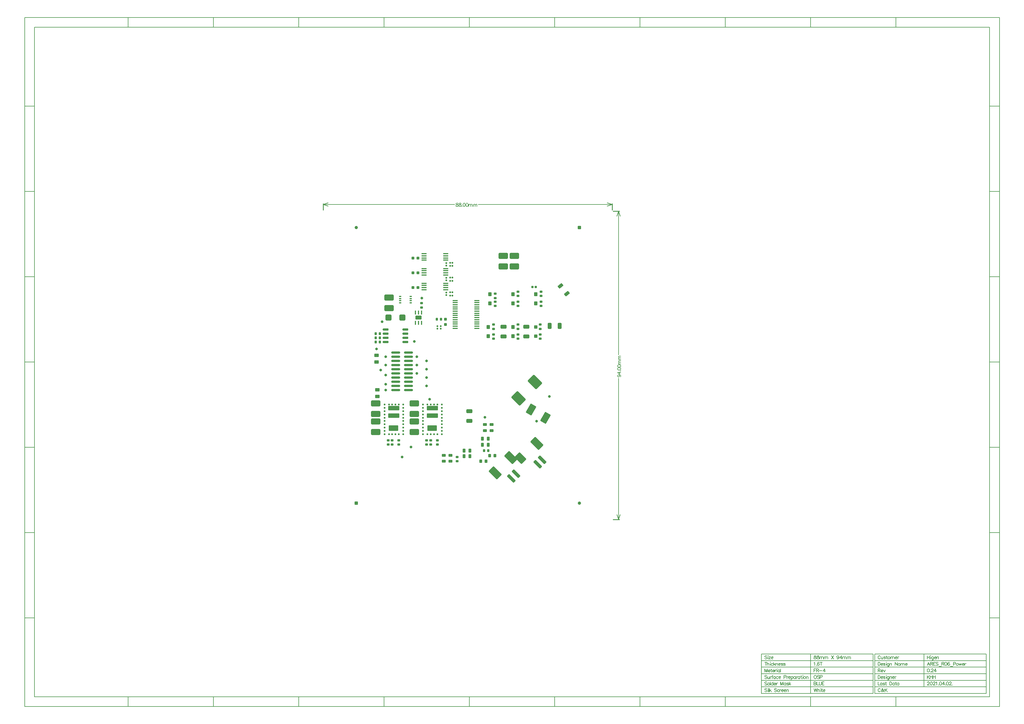
<source format=gtp>
G04 Layer_Color=8421504*
%FSLAX44Y44*%
%MOMM*%
G71*
G01*
G75*
G04:AMPARAMS|DCode=15|XSize=0.35mm|YSize=1.6mm|CornerRadius=0.0875mm|HoleSize=0mm|Usage=FLASHONLY|Rotation=90.000|XOffset=0mm|YOffset=0mm|HoleType=Round|Shape=RoundedRectangle|*
%AMROUNDEDRECTD15*
21,1,0.3500,1.4250,0,0,90.0*
21,1,0.1750,1.6000,0,0,90.0*
1,1,0.1750,0.7125,0.0875*
1,1,0.1750,0.7125,-0.0875*
1,1,0.1750,-0.7125,-0.0875*
1,1,0.1750,-0.7125,0.0875*
%
%ADD15ROUNDEDRECTD15*%
G04:AMPARAMS|DCode=16|XSize=0.635mm|YSize=2.7mm|CornerRadius=0.1588mm|HoleSize=0mm|Usage=FLASHONLY|Rotation=270.000|XOffset=0mm|YOffset=0mm|HoleType=Round|Shape=RoundedRectangle|*
%AMROUNDEDRECTD16*
21,1,0.6350,2.3825,0,0,270.0*
21,1,0.3175,2.7000,0,0,270.0*
1,1,0.3175,-1.1912,-0.1588*
1,1,0.3175,-1.1912,0.1588*
1,1,0.3175,1.1912,0.1588*
1,1,0.3175,1.1912,-0.1588*
%
%ADD16ROUNDEDRECTD16*%
%ADD17C,0.8000*%
G04:AMPARAMS|DCode=18|XSize=0.8mm|YSize=0.7mm|CornerRadius=0.0875mm|HoleSize=0mm|Usage=FLASHONLY|Rotation=0.000|XOffset=0mm|YOffset=0mm|HoleType=Round|Shape=RoundedRectangle|*
%AMROUNDEDRECTD18*
21,1,0.8000,0.5250,0,0,0.0*
21,1,0.6250,0.7000,0,0,0.0*
1,1,0.1750,0.3125,-0.2625*
1,1,0.1750,-0.3125,-0.2625*
1,1,0.1750,-0.3125,0.2625*
1,1,0.1750,0.3125,0.2625*
%
%ADD18ROUNDEDRECTD18*%
G04:AMPARAMS|DCode=19|XSize=0.42mm|YSize=0.7mm|CornerRadius=0.042mm|HoleSize=0mm|Usage=FLASHONLY|Rotation=90.000|XOffset=0mm|YOffset=0mm|HoleType=Round|Shape=RoundedRectangle|*
%AMROUNDEDRECTD19*
21,1,0.4200,0.6160,0,0,90.0*
21,1,0.3360,0.7000,0,0,90.0*
1,1,0.0840,0.3080,0.1680*
1,1,0.0840,0.3080,-0.1680*
1,1,0.0840,-0.3080,-0.1680*
1,1,0.0840,-0.3080,0.1680*
%
%ADD19ROUNDEDRECTD19*%
G04:AMPARAMS|DCode=20|XSize=0.4mm|YSize=0.7mm|CornerRadius=0.04mm|HoleSize=0mm|Usage=FLASHONLY|Rotation=90.000|XOffset=0mm|YOffset=0mm|HoleType=Round|Shape=RoundedRectangle|*
%AMROUNDEDRECTD20*
21,1,0.4000,0.6200,0,0,90.0*
21,1,0.3200,0.7000,0,0,90.0*
1,1,0.0800,0.3100,0.1600*
1,1,0.0800,0.3100,-0.1600*
1,1,0.0800,-0.3100,-0.1600*
1,1,0.0800,-0.3100,0.1600*
%
%ADD20ROUNDEDRECTD20*%
G04:AMPARAMS|DCode=21|XSize=0.9mm|YSize=1mm|CornerRadius=0.1125mm|HoleSize=0mm|Usage=FLASHONLY|Rotation=180.000|XOffset=0mm|YOffset=0mm|HoleType=Round|Shape=RoundedRectangle|*
%AMROUNDEDRECTD21*
21,1,0.9000,0.7750,0,0,180.0*
21,1,0.6750,1.0000,0,0,180.0*
1,1,0.2250,-0.3375,0.3875*
1,1,0.2250,0.3375,0.3875*
1,1,0.2250,0.3375,-0.3875*
1,1,0.2250,-0.3375,-0.3875*
%
%ADD21ROUNDEDRECTD21*%
G04:AMPARAMS|DCode=22|XSize=1.9mm|YSize=1.2mm|CornerRadius=0.12mm|HoleSize=0mm|Usage=FLASHONLY|Rotation=0.000|XOffset=0mm|YOffset=0mm|HoleType=Round|Shape=RoundedRectangle|*
%AMROUNDEDRECTD22*
21,1,1.9000,0.9600,0,0,0.0*
21,1,1.6600,1.2000,0,0,0.0*
1,1,0.2400,0.8300,-0.4800*
1,1,0.2400,-0.8300,-0.4800*
1,1,0.2400,-0.8300,0.4800*
1,1,0.2400,0.8300,0.4800*
%
%ADD22ROUNDEDRECTD22*%
G04:AMPARAMS|DCode=23|XSize=0.4mm|YSize=1.2mm|CornerRadius=0.04mm|HoleSize=0mm|Usage=FLASHONLY|Rotation=0.000|XOffset=0mm|YOffset=0mm|HoleType=Round|Shape=RoundedRectangle|*
%AMROUNDEDRECTD23*
21,1,0.4000,1.1200,0,0,0.0*
21,1,0.3200,1.2000,0,0,0.0*
1,1,0.0800,0.1600,-0.5600*
1,1,0.0800,-0.1600,-0.5600*
1,1,0.0800,-0.1600,0.5600*
1,1,0.0800,0.1600,0.5600*
%
%ADD23ROUNDEDRECTD23*%
G04:AMPARAMS|DCode=24|XSize=1mm|YSize=1mm|CornerRadius=0.125mm|HoleSize=0mm|Usage=FLASHONLY|Rotation=90.000|XOffset=0mm|YOffset=0mm|HoleType=Round|Shape=RoundedRectangle|*
%AMROUNDEDRECTD24*
21,1,1.0000,0.7500,0,0,90.0*
21,1,0.7500,1.0000,0,0,90.0*
1,1,0.2500,0.3750,0.3750*
1,1,0.2500,0.3750,-0.3750*
1,1,0.2500,-0.3750,-0.3750*
1,1,0.2500,-0.3750,0.3750*
%
%ADD24ROUNDEDRECTD24*%
G04:AMPARAMS|DCode=25|XSize=0.6mm|YSize=0.65mm|CornerRadius=0.075mm|HoleSize=0mm|Usage=FLASHONLY|Rotation=0.000|XOffset=0mm|YOffset=0mm|HoleType=Round|Shape=RoundedRectangle|*
%AMROUNDEDRECTD25*
21,1,0.6000,0.5000,0,0,0.0*
21,1,0.4500,0.6500,0,0,0.0*
1,1,0.1500,0.2250,-0.2500*
1,1,0.1500,-0.2250,-0.2500*
1,1,0.1500,-0.2250,0.2500*
1,1,0.1500,0.2250,0.2500*
%
%ADD25ROUNDEDRECTD25*%
G04:AMPARAMS|DCode=26|XSize=1.8mm|YSize=1.15mm|CornerRadius=0.1437mm|HoleSize=0mm|Usage=FLASHONLY|Rotation=180.000|XOffset=0mm|YOffset=0mm|HoleType=Round|Shape=RoundedRectangle|*
%AMROUNDEDRECTD26*
21,1,1.8000,0.8625,0,0,180.0*
21,1,1.5125,1.1500,0,0,180.0*
1,1,0.2875,-0.7562,0.4313*
1,1,0.2875,0.7562,0.4313*
1,1,0.2875,0.7562,-0.4313*
1,1,0.2875,-0.7562,-0.4313*
%
%ADD26ROUNDEDRECTD26*%
G04:AMPARAMS|DCode=27|XSize=1.8mm|YSize=2.8mm|CornerRadius=0.225mm|HoleSize=0mm|Usage=FLASHONLY|Rotation=90.000|XOffset=0mm|YOffset=0mm|HoleType=Round|Shape=RoundedRectangle|*
%AMROUNDEDRECTD27*
21,1,1.8000,2.3500,0,0,90.0*
21,1,1.3500,2.8000,0,0,90.0*
1,1,0.4500,1.1750,0.6750*
1,1,0.4500,1.1750,-0.6750*
1,1,0.4500,-1.1750,-0.6750*
1,1,0.4500,-1.1750,0.6750*
%
%ADD27ROUNDEDRECTD27*%
G04:AMPARAMS|DCode=28|XSize=2.794mm|YSize=3.81mm|CornerRadius=0.3493mm|HoleSize=0mm|Usage=FLASHONLY|Rotation=45.000|XOffset=0mm|YOffset=0mm|HoleType=Round|Shape=RoundedRectangle|*
%AMROUNDEDRECTD28*
21,1,2.7940,3.1115,0,0,45.0*
21,1,2.0955,3.8100,0,0,45.0*
1,1,0.6985,1.8409,-0.3592*
1,1,0.6985,0.3592,-1.8409*
1,1,0.6985,-1.8409,0.3592*
1,1,0.6985,-0.3592,1.8409*
%
%ADD28ROUNDEDRECTD28*%
G04:AMPARAMS|DCode=29|XSize=2mm|YSize=3.15mm|CornerRadius=0.2mm|HoleSize=0mm|Usage=FLASHONLY|Rotation=150.000|XOffset=0mm|YOffset=0mm|HoleType=Round|Shape=RoundedRectangle|*
%AMROUNDEDRECTD29*
21,1,2.0000,2.7500,0,0,150.0*
21,1,1.6000,3.1500,0,0,150.0*
1,1,0.4000,-0.0053,1.5908*
1,1,0.4000,1.3803,0.7908*
1,1,0.4000,0.0053,-1.5908*
1,1,0.4000,-1.3803,-0.7908*
%
%ADD29ROUNDEDRECTD29*%
G04:AMPARAMS|DCode=30|XSize=1mm|YSize=1.3mm|CornerRadius=0.125mm|HoleSize=0mm|Usage=FLASHONLY|Rotation=90.000|XOffset=0mm|YOffset=0mm|HoleType=Round|Shape=RoundedRectangle|*
%AMROUNDEDRECTD30*
21,1,1.0000,1.0500,0,0,90.0*
21,1,0.7500,1.3000,0,0,90.0*
1,1,0.2500,0.5250,0.3750*
1,1,0.2500,0.5250,-0.3750*
1,1,0.2500,-0.5250,-0.3750*
1,1,0.2500,-0.5250,0.3750*
%
%ADD30ROUNDEDRECTD30*%
G04:AMPARAMS|DCode=31|XSize=1mm|YSize=2.9mm|CornerRadius=0.1mm|HoleSize=0mm|Usage=FLASHONLY|Rotation=225.000|XOffset=0mm|YOffset=0mm|HoleType=Round|Shape=RoundedRectangle|*
%AMROUNDEDRECTD31*
21,1,1.0000,2.7000,0,0,225.0*
21,1,0.8000,2.9000,0,0,225.0*
1,1,0.2000,-1.2374,0.6717*
1,1,0.2000,-0.6717,1.2374*
1,1,0.2000,1.2374,-0.6717*
1,1,0.2000,0.6717,-1.2374*
%
%ADD31ROUNDEDRECTD31*%
G04:AMPARAMS|DCode=32|XSize=2.2mm|YSize=3.6mm|CornerRadius=0.22mm|HoleSize=0mm|Usage=FLASHONLY|Rotation=225.000|XOffset=0mm|YOffset=0mm|HoleType=Round|Shape=RoundedRectangle|*
%AMROUNDEDRECTD32*
21,1,2.2000,3.1600,0,0,225.0*
21,1,1.7600,3.6000,0,0,225.0*
1,1,0.4400,-1.7395,0.4950*
1,1,0.4400,-0.4950,1.7395*
1,1,0.4400,1.7395,-0.4950*
1,1,0.4400,0.4950,-1.7395*
%
%ADD32ROUNDEDRECTD32*%
G04:AMPARAMS|DCode=33|XSize=0.45mm|YSize=0.5mm|CornerRadius=0.0563mm|HoleSize=0mm|Usage=FLASHONLY|Rotation=90.000|XOffset=0mm|YOffset=0mm|HoleType=Round|Shape=RoundedRectangle|*
%AMROUNDEDRECTD33*
21,1,0.4500,0.3875,0,0,90.0*
21,1,0.3375,0.5000,0,0,90.0*
1,1,0.1125,0.1938,0.1688*
1,1,0.1125,0.1938,-0.1688*
1,1,0.1125,-0.1938,-0.1688*
1,1,0.1125,-0.1938,0.1688*
%
%ADD33ROUNDEDRECTD33*%
G04:AMPARAMS|DCode=34|XSize=0.45mm|YSize=0.5mm|CornerRadius=0.0563mm|HoleSize=0mm|Usage=FLASHONLY|Rotation=0.000|XOffset=0mm|YOffset=0mm|HoleType=Round|Shape=RoundedRectangle|*
%AMROUNDEDRECTD34*
21,1,0.4500,0.3875,0,0,0.0*
21,1,0.3375,0.5000,0,0,0.0*
1,1,0.1125,0.1688,-0.1938*
1,1,0.1125,-0.1688,-0.1938*
1,1,0.1125,-0.1688,0.1938*
1,1,0.1125,0.1688,0.1938*
%
%ADD34ROUNDEDRECTD34*%
%ADD35C,1.0000*%
G04:AMPARAMS|DCode=36|XSize=1mm|YSize=1mm|CornerRadius=0.05mm|HoleSize=0mm|Usage=FLASHONLY|Rotation=180.000|XOffset=0mm|YOffset=0mm|HoleType=Round|Shape=RoundedRectangle|*
%AMROUNDEDRECTD36*
21,1,1.0000,0.9000,0,0,180.0*
21,1,0.9000,1.0000,0,0,180.0*
1,1,0.1000,-0.4500,0.4500*
1,1,0.1000,0.4500,0.4500*
1,1,0.1000,0.4500,-0.4500*
1,1,0.1000,-0.4500,-0.4500*
%
%ADD36ROUNDEDRECTD36*%
G04:AMPARAMS|DCode=37|XSize=1.6mm|YSize=1mm|CornerRadius=0.125mm|HoleSize=0mm|Usage=FLASHONLY|Rotation=220.000|XOffset=0mm|YOffset=0mm|HoleType=Round|Shape=RoundedRectangle|*
%AMROUNDEDRECTD37*
21,1,1.6000,0.7500,0,0,220.0*
21,1,1.3500,1.0000,0,0,220.0*
1,1,0.2500,-0.7581,-0.1466*
1,1,0.2500,0.2760,0.7211*
1,1,0.2500,0.7581,0.1466*
1,1,0.2500,-0.2760,-0.7211*
%
%ADD37ROUNDEDRECTD37*%
G04:AMPARAMS|DCode=38|XSize=1.2mm|YSize=1mm|CornerRadius=0.125mm|HoleSize=0mm|Usage=FLASHONLY|Rotation=90.000|XOffset=0mm|YOffset=0mm|HoleType=Round|Shape=RoundedRectangle|*
%AMROUNDEDRECTD38*
21,1,1.2000,0.7500,0,0,90.0*
21,1,0.9500,1.0000,0,0,90.0*
1,1,0.2500,0.3750,0.4750*
1,1,0.2500,0.3750,-0.4750*
1,1,0.2500,-0.3750,-0.4750*
1,1,0.2500,-0.3750,0.4750*
%
%ADD38ROUNDEDRECTD38*%
G04:AMPARAMS|DCode=39|XSize=1.8mm|YSize=1.15mm|CornerRadius=0.1437mm|HoleSize=0mm|Usage=FLASHONLY|Rotation=270.000|XOffset=0mm|YOffset=0mm|HoleType=Round|Shape=RoundedRectangle|*
%AMROUNDEDRECTD39*
21,1,1.8000,0.8625,0,0,270.0*
21,1,1.5125,1.1500,0,0,270.0*
1,1,0.2875,-0.4313,-0.7562*
1,1,0.2875,-0.4313,0.7562*
1,1,0.2875,0.4313,0.7562*
1,1,0.2875,0.4313,-0.7562*
%
%ADD39ROUNDEDRECTD39*%
G04:AMPARAMS|DCode=40|XSize=0.8mm|YSize=0.7mm|CornerRadius=0.0875mm|HoleSize=0mm|Usage=FLASHONLY|Rotation=270.000|XOffset=0mm|YOffset=0mm|HoleType=Round|Shape=RoundedRectangle|*
%AMROUNDEDRECTD40*
21,1,0.8000,0.5250,0,0,270.0*
21,1,0.6250,0.7000,0,0,270.0*
1,1,0.1750,-0.2625,-0.3125*
1,1,0.1750,-0.2625,0.3125*
1,1,0.1750,0.2625,0.3125*
1,1,0.1750,0.2625,-0.3125*
%
%ADD40ROUNDEDRECTD40*%
G04:AMPARAMS|DCode=41|XSize=2.2mm|YSize=3mm|CornerRadius=0.22mm|HoleSize=0mm|Usage=FLASHONLY|Rotation=225.000|XOffset=0mm|YOffset=0mm|HoleType=Round|Shape=RoundedRectangle|*
%AMROUNDEDRECTD41*
21,1,2.2000,2.5600,0,0,225.0*
21,1,1.7600,3.0000,0,0,225.0*
1,1,0.4400,-1.5273,0.2828*
1,1,0.4400,-0.2828,1.5273*
1,1,0.4400,1.5273,-0.2828*
1,1,0.4400,0.2828,-1.5273*
%
%ADD41ROUNDEDRECTD41*%
G04:AMPARAMS|DCode=42|XSize=0.8mm|YSize=0.9mm|CornerRadius=0.1mm|HoleSize=0mm|Usage=FLASHONLY|Rotation=180.000|XOffset=0mm|YOffset=0mm|HoleType=Round|Shape=RoundedRectangle|*
%AMROUNDEDRECTD42*
21,1,0.8000,0.7000,0,0,180.0*
21,1,0.6000,0.9000,0,0,180.0*
1,1,0.2000,-0.3000,0.3500*
1,1,0.2000,0.3000,0.3500*
1,1,0.2000,0.3000,-0.3500*
1,1,0.2000,-0.3000,-0.3500*
%
%ADD42ROUNDEDRECTD42*%
G04:AMPARAMS|DCode=43|XSize=0.45mm|YSize=0.45mm|CornerRadius=0.045mm|HoleSize=0mm|Usage=FLASHONLY|Rotation=90.000|XOffset=0mm|YOffset=0mm|HoleType=Round|Shape=RoundedRectangle|*
%AMROUNDEDRECTD43*
21,1,0.4500,0.3600,0,0,90.0*
21,1,0.3600,0.4500,0,0,90.0*
1,1,0.0900,0.1800,0.1800*
1,1,0.0900,0.1800,-0.1800*
1,1,0.0900,-0.1800,-0.1800*
1,1,0.0900,-0.1800,0.1800*
%
%ADD43ROUNDEDRECTD43*%
G04:AMPARAMS|DCode=44|XSize=2.95mm|YSize=1.75mm|CornerRadius=0.175mm|HoleSize=0mm|Usage=FLASHONLY|Rotation=0.000|XOffset=0mm|YOffset=0mm|HoleType=Round|Shape=RoundedRectangle|*
%AMROUNDEDRECTD44*
21,1,2.9500,1.4000,0,0,0.0*
21,1,2.6000,1.7500,0,0,0.0*
1,1,0.3500,1.3000,-0.7000*
1,1,0.3500,-1.3000,-0.7000*
1,1,0.3500,-1.3000,0.7000*
1,1,0.3500,1.3000,0.7000*
%
%ADD44ROUNDEDRECTD44*%
G04:AMPARAMS|DCode=45|XSize=3.45mm|YSize=1.3mm|CornerRadius=0.13mm|HoleSize=0mm|Usage=FLASHONLY|Rotation=0.000|XOffset=0mm|YOffset=0mm|HoleType=Round|Shape=RoundedRectangle|*
%AMROUNDEDRECTD45*
21,1,3.4500,1.0400,0,0,0.0*
21,1,3.1900,1.3000,0,0,0.0*
1,1,0.2600,1.5950,-0.5200*
1,1,0.2600,-1.5950,-0.5200*
1,1,0.2600,-1.5950,0.5200*
1,1,0.2600,1.5950,0.5200*
%
%ADD45ROUNDEDRECTD45*%
G04:AMPARAMS|DCode=46|XSize=0.8mm|YSize=1.2mm|CornerRadius=0.1mm|HoleSize=0mm|Usage=FLASHONLY|Rotation=180.000|XOffset=0mm|YOffset=0mm|HoleType=Round|Shape=RoundedRectangle|*
%AMROUNDEDRECTD46*
21,1,0.8000,1.0000,0,0,180.0*
21,1,0.6000,1.2000,0,0,180.0*
1,1,0.2000,-0.3000,0.5000*
1,1,0.2000,0.3000,0.5000*
1,1,0.2000,0.3000,-0.5000*
1,1,0.2000,-0.3000,-0.5000*
%
%ADD46ROUNDEDRECTD46*%
G04:AMPARAMS|DCode=47|XSize=0.8mm|YSize=1.2mm|CornerRadius=0.1mm|HoleSize=0mm|Usage=FLASHONLY|Rotation=90.000|XOffset=0mm|YOffset=0mm|HoleType=Round|Shape=RoundedRectangle|*
%AMROUNDEDRECTD47*
21,1,0.8000,1.0000,0,0,90.0*
21,1,0.6000,1.2000,0,0,90.0*
1,1,0.2000,0.5000,0.3000*
1,1,0.2000,0.5000,-0.3000*
1,1,0.2000,-0.5000,-0.3000*
1,1,0.2000,-0.5000,0.3000*
%
%ADD47ROUNDEDRECTD47*%
G04:AMPARAMS|DCode=48|XSize=1.8mm|YSize=1.8mm|CornerRadius=0.225mm|HoleSize=0mm|Usage=FLASHONLY|Rotation=180.000|XOffset=0mm|YOffset=0mm|HoleType=Round|Shape=RoundedRectangle|*
%AMROUNDEDRECTD48*
21,1,1.8000,1.3500,0,0,180.0*
21,1,1.3500,1.8000,0,0,180.0*
1,1,0.4500,-0.6750,0.6750*
1,1,0.4500,0.6750,0.6750*
1,1,0.4500,0.6750,-0.6750*
1,1,0.4500,-0.6750,-0.6750*
%
%ADD48ROUNDEDRECTD48*%
G04:AMPARAMS|DCode=49|XSize=0.635mm|YSize=1.778mm|CornerRadius=0.1588mm|HoleSize=0mm|Usage=FLASHONLY|Rotation=90.000|XOffset=0mm|YOffset=0mm|HoleType=Round|Shape=RoundedRectangle|*
%AMROUNDEDRECTD49*
21,1,0.6350,1.4605,0,0,90.0*
21,1,0.3175,1.7780,0,0,90.0*
1,1,0.3175,0.7302,0.1588*
1,1,0.3175,0.7302,-0.1588*
1,1,0.3175,-0.7302,-0.1588*
1,1,0.3175,-0.7302,0.1588*
%
%ADD49ROUNDEDRECTD49*%
G04:AMPARAMS|DCode=50|XSize=0.8mm|YSize=0.9mm|CornerRadius=0.1mm|HoleSize=0mm|Usage=FLASHONLY|Rotation=90.000|XOffset=0mm|YOffset=0mm|HoleType=Round|Shape=RoundedRectangle|*
%AMROUNDEDRECTD50*
21,1,0.8000,0.7000,0,0,90.0*
21,1,0.6000,0.9000,0,0,90.0*
1,1,0.2000,0.3500,0.3000*
1,1,0.2000,0.3500,-0.3000*
1,1,0.2000,-0.3500,-0.3000*
1,1,0.2000,-0.3500,0.3000*
%
%ADD50ROUNDEDRECTD50*%
%ADD53C,0.2540*%
%ADD54C,0.1270*%
%ADD55C,0.1500*%
D15*
X-133000Y243250D02*
D03*
Y236750D02*
D03*
X-67000D02*
D03*
Y243250D02*
D03*
X-133000Y249750D02*
D03*
X-67000D02*
D03*
X-133000Y230250D02*
D03*
X-67000D02*
D03*
X-133000Y288250D02*
D03*
Y281750D02*
D03*
X-67000D02*
D03*
Y288250D02*
D03*
X-133000Y294750D02*
D03*
X-67000D02*
D03*
X-133000Y275250D02*
D03*
X-67000D02*
D03*
Y320250D02*
D03*
X-133000D02*
D03*
X-67000Y339750D02*
D03*
X-133000D02*
D03*
X-67000Y333250D02*
D03*
Y326750D02*
D03*
X-133000D02*
D03*
Y333250D02*
D03*
X28000Y158250D02*
D03*
Y151750D02*
D03*
X-38000D02*
D03*
Y158250D02*
D03*
X28000Y145250D02*
D03*
Y138750D02*
D03*
Y132250D02*
D03*
Y125750D02*
D03*
Y119250D02*
D03*
Y112750D02*
D03*
X-38000D02*
D03*
Y119250D02*
D03*
Y125750D02*
D03*
Y132250D02*
D03*
Y138750D02*
D03*
Y145250D02*
D03*
X28000Y197250D02*
D03*
Y190750D02*
D03*
Y184250D02*
D03*
Y177750D02*
D03*
Y171250D02*
D03*
Y164750D02*
D03*
X-38000D02*
D03*
Y171250D02*
D03*
Y177750D02*
D03*
Y184250D02*
D03*
Y190750D02*
D03*
Y197250D02*
D03*
D16*
X-219500Y-75800D02*
D03*
Y-63100D02*
D03*
X-180500Y-75800D02*
D03*
Y-50400D02*
D03*
Y-63100D02*
D03*
X-219500Y-50400D02*
D03*
Y-37700D02*
D03*
X-180500Y-25000D02*
D03*
Y-37700D02*
D03*
X-219500Y-25000D02*
D03*
X-219500Y-12300D02*
D03*
X-180500Y38500D02*
D03*
X-180500Y25800D02*
D03*
Y13100D02*
D03*
X-219500Y25800D02*
D03*
Y38500D02*
D03*
Y13100D02*
D03*
Y400D02*
D03*
X-180500Y-12300D02*
D03*
X-180500Y400D02*
D03*
D17*
X-250000Y25800D02*
D03*
X-125000Y-63100D02*
D03*
X-116250Y-103750D02*
D03*
X-250000Y-30000D02*
D03*
X-265000Y-15000D02*
D03*
X-250000Y400D02*
D03*
X209500Y-170500D02*
D03*
X-250000Y-75800D02*
D03*
X-140000Y205000D02*
D03*
X-277500Y50000D02*
D03*
X-250000Y-57500D02*
D03*
X-155000Y400D02*
D03*
X-125000Y13100D02*
D03*
X-155000Y25800D02*
D03*
X-261250Y132500D02*
D03*
X-125000Y-12300D02*
D03*
X-155000Y-25000D02*
D03*
X-125000Y-37700D02*
D03*
X248750Y-95000D02*
D03*
X-162500Y72500D02*
D03*
X-200000Y-280000D02*
D03*
X-172500Y-248750D02*
D03*
X52500Y-158750D02*
D03*
D18*
X-140500Y176000D02*
D03*
Y189000D02*
D03*
X223450Y224000D02*
D03*
Y211000D02*
D03*
X-112500Y-241500D02*
D03*
Y-228500D02*
D03*
X-32500Y-292500D02*
D03*
Y-279500D02*
D03*
X78450Y94000D02*
D03*
Y81000D02*
D03*
Y111000D02*
D03*
Y124000D02*
D03*
X83450Y194000D02*
D03*
Y181000D02*
D03*
Y205000D02*
D03*
Y218000D02*
D03*
X223450Y181000D02*
D03*
Y194000D02*
D03*
X221250Y81000D02*
D03*
Y94000D02*
D03*
X220950Y124000D02*
D03*
Y111000D02*
D03*
X153450Y124000D02*
D03*
Y111000D02*
D03*
Y81000D02*
D03*
Y94000D02*
D03*
Y181000D02*
D03*
Y194000D02*
D03*
Y224000D02*
D03*
Y211000D02*
D03*
X-92500Y-228500D02*
D03*
Y-241500D02*
D03*
X-125000Y-228500D02*
D03*
Y-241500D02*
D03*
X-210000Y-228500D02*
D03*
Y-241500D02*
D03*
X-230000Y-241500D02*
D03*
Y-228500D02*
D03*
X-242500D02*
D03*
Y-241500D02*
D03*
D19*
X-206000Y196750D02*
D03*
Y203250D02*
D03*
Y209750D02*
D03*
Y190250D02*
D03*
X-174000D02*
D03*
Y196750D02*
D03*
D20*
Y209750D02*
D03*
Y203250D02*
D03*
D21*
X83001Y-274999D02*
D03*
X67001D02*
D03*
X39501Y-292499D02*
D03*
X55501Y-292499D02*
D03*
D22*
X-150000Y145000D02*
D03*
D23*
Y129000D02*
D03*
X-140500D02*
D03*
X-159500D02*
D03*
Y161000D02*
D03*
X-140500D02*
D03*
X-150000D02*
D03*
D24*
X207500Y88500D02*
D03*
Y116500D02*
D03*
D25*
X197500Y238750D02*
D03*
X207500D02*
D03*
D26*
X178750Y117500D02*
D03*
Y87500D02*
D03*
X5000Y-170000D02*
D03*
Y-140000D02*
D03*
X108750Y117500D02*
D03*
Y87500D02*
D03*
D27*
X-162500Y-116500D02*
D03*
Y-148500D02*
D03*
Y-203500D02*
D03*
Y-171500D02*
D03*
X-280000Y-116500D02*
D03*
Y-148500D02*
D03*
X141750Y333500D02*
D03*
Y301500D02*
D03*
X108000D02*
D03*
Y333500D02*
D03*
X-280000Y-203500D02*
D03*
Y-171500D02*
D03*
X-240000Y206000D02*
D03*
Y174000D02*
D03*
D28*
X205145Y-51105D02*
D03*
X154855Y-101395D02*
D03*
D29*
X236651Y-160000D02*
D03*
X193349Y-135000D02*
D03*
D30*
X-277500Y30000D02*
D03*
X-277500Y10000D02*
D03*
X-275000Y-95000D02*
D03*
Y-75000D02*
D03*
D31*
X147071Y-330429D02*
D03*
X132929Y-344571D02*
D03*
X227071Y-287929D02*
D03*
X212929Y-302071D02*
D03*
D32*
X83432Y-328308D02*
D03*
X130808Y-280931D02*
D03*
X210808Y-238431D02*
D03*
D33*
X-65000Y303751D02*
D03*
Y311249D02*
D03*
Y221249D02*
D03*
Y213751D02*
D03*
Y258751D02*
D03*
Y266249D02*
D03*
X-92500Y111251D02*
D03*
Y118749D02*
D03*
X-82500Y111251D02*
D03*
Y118749D02*
D03*
D34*
X-46251Y312500D02*
D03*
X-53749D02*
D03*
Y222500D02*
D03*
X-46251D02*
D03*
Y212500D02*
D03*
X-53749D02*
D03*
X-46251Y302500D02*
D03*
X-53749D02*
D03*
X-46251Y267500D02*
D03*
X-53749D02*
D03*
X-46251Y257500D02*
D03*
X-53749D02*
D03*
D35*
X340000Y-420000D02*
D03*
X-340000Y420000D02*
D03*
D36*
Y-420000D02*
D03*
X340000Y420000D02*
D03*
D37*
X282858Y241491D02*
D03*
X302142Y218509D02*
D03*
D38*
X62500Y88500D02*
D03*
Y116500D02*
D03*
X207500Y188500D02*
D03*
Y216500D02*
D03*
X137500Y88500D02*
D03*
Y116500D02*
D03*
Y188500D02*
D03*
Y216500D02*
D03*
X67500Y188500D02*
D03*
Y216500D02*
D03*
D39*
X250000Y120000D02*
D03*
X280000D02*
D03*
D40*
X49500Y-260000D02*
D03*
X62500D02*
D03*
X-280250Y96350D02*
D03*
X-267250D02*
D03*
Y83650D02*
D03*
X-280250D02*
D03*
Y70950D02*
D03*
X-267250D02*
D03*
X-81000Y140500D02*
D03*
X-94000D02*
D03*
D41*
X160431Y-282808D02*
D03*
D42*
X-167251Y326750D02*
D03*
X-151251D02*
D03*
X-167251Y281750D02*
D03*
X-151251D02*
D03*
X-167251Y236750D02*
D03*
X-151251D02*
D03*
D43*
X-253500Y-210000D02*
D03*
X-240000D02*
D03*
X-230000D02*
D03*
X-220000D02*
D03*
X-210000D02*
D03*
X-196500D02*
D03*
Y-200000D02*
D03*
Y-190000D02*
D03*
Y-180000D02*
D03*
Y-170000D02*
D03*
Y-160000D02*
D03*
Y-150000D02*
D03*
Y-140000D02*
D03*
Y-130000D02*
D03*
Y-120000D02*
D03*
X-210000D02*
D03*
X-220000D02*
D03*
X-230000D02*
D03*
X-240000D02*
D03*
X-253500D02*
D03*
Y-130000D02*
D03*
Y-140000D02*
D03*
Y-150000D02*
D03*
Y-160000D02*
D03*
Y-170000D02*
D03*
Y-180000D02*
D03*
Y-190000D02*
D03*
Y-200000D02*
D03*
X-136000D02*
D03*
Y-190000D02*
D03*
Y-180000D02*
D03*
Y-170000D02*
D03*
Y-160000D02*
D03*
Y-150000D02*
D03*
Y-140000D02*
D03*
Y-130000D02*
D03*
Y-120000D02*
D03*
X-122500D02*
D03*
X-112500D02*
D03*
X-102500D02*
D03*
X-92500D02*
D03*
X-79000D02*
D03*
Y-130000D02*
D03*
Y-140000D02*
D03*
Y-150000D02*
D03*
Y-160000D02*
D03*
Y-170000D02*
D03*
Y-180000D02*
D03*
Y-190000D02*
D03*
Y-200000D02*
D03*
Y-210000D02*
D03*
X-92500D02*
D03*
X-102500D02*
D03*
X-112500D02*
D03*
X-122500D02*
D03*
X-136000D02*
D03*
D44*
X-226000Y-191500D02*
D03*
X-108500D02*
D03*
D45*
X-225000Y-153250D02*
D03*
Y-130750D02*
D03*
X-107500D02*
D03*
Y-153250D02*
D03*
D46*
X62500Y-242500D02*
D03*
X44500D02*
D03*
X62500Y-223750D02*
D03*
X44500D02*
D03*
X-11500Y-277500D02*
D03*
X6500D02*
D03*
X-11500Y-260000D02*
D03*
X6500D02*
D03*
D47*
X-52500Y-292499D02*
D03*
Y-274499D02*
D03*
X-72500Y-292499D02*
D03*
Y-274499D02*
D03*
X72500Y-181000D02*
D03*
Y-199000D02*
D03*
X52500Y-181000D02*
D03*
Y-199000D02*
D03*
D48*
X-199000Y145000D02*
D03*
X-241000D02*
D03*
D49*
X-190155Y70950D02*
D03*
X-249845D02*
D03*
Y109050D02*
D03*
Y96350D02*
D03*
Y83650D02*
D03*
X-190155Y109050D02*
D03*
Y96350D02*
D03*
Y83650D02*
D03*
D50*
X-67500Y124500D02*
D03*
Y140500D02*
D03*
D53*
X443040Y-470000D02*
X462540D01*
X443040Y470000D02*
X462540D01*
X440000Y473040D02*
Y492540D01*
X-440000Y473040D02*
Y492540D01*
D54*
X460000Y-470000D02*
Y-39545D01*
Y31925D02*
Y470000D01*
Y-470000D02*
X465080Y-454760D01*
X454920D02*
X460000Y-470000D01*
X454920Y454760D02*
X460000Y470000D01*
X465080Y454760D01*
X31925Y490000D02*
X440000D01*
X-440000D02*
X-39545D01*
X424760Y495080D02*
X440000Y490000D01*
X424760Y484920D02*
X440000Y490000D01*
X-440000D02*
X-424760Y484920D01*
X-440000Y490000D02*
X-424760Y495080D01*
X459577Y-29446D02*
X461028Y-29930D01*
X461996Y-30898D01*
X462479Y-32349D01*
Y-32832D01*
X461996Y-34283D01*
X461028Y-35251D01*
X459577Y-35735D01*
X459093D01*
X457642Y-35251D01*
X456675Y-34283D01*
X456191Y-32832D01*
Y-32349D01*
X456675Y-30898D01*
X457642Y-29930D01*
X459577Y-29446D01*
X461996D01*
X464414Y-29930D01*
X465865Y-30898D01*
X466349Y-32349D01*
Y-33316D01*
X465865Y-34767D01*
X464898Y-35251D01*
X456191Y-21852D02*
X462963Y-26689D01*
Y-19434D01*
X456191Y-21852D02*
X466349D01*
X465382Y-17160D02*
X465865Y-17644D01*
X466349Y-17160D01*
X465865Y-16677D01*
X465382Y-17160D01*
X456191Y-11549D02*
X456675Y-13000D01*
X458126Y-13968D01*
X460544Y-14452D01*
X461996D01*
X464414Y-13968D01*
X465865Y-13000D01*
X466349Y-11549D01*
Y-10582D01*
X465865Y-9131D01*
X464414Y-8163D01*
X461996Y-7680D01*
X460544D01*
X458126Y-8163D01*
X456675Y-9131D01*
X456191Y-10582D01*
Y-11549D01*
Y-2504D02*
X456675Y-3955D01*
X458126Y-4922D01*
X460544Y-5406D01*
X461996D01*
X464414Y-4922D01*
X465865Y-3955D01*
X466349Y-2504D01*
Y-1537D01*
X465865Y-86D01*
X464414Y882D01*
X461996Y1366D01*
X460544D01*
X458126Y882D01*
X456675Y-86D01*
X456191Y-1537D01*
Y-2504D01*
X459577Y3639D02*
X466349D01*
X461512D02*
X460061Y5090D01*
X459577Y6058D01*
Y7509D01*
X460061Y8476D01*
X461512Y8960D01*
X466349D01*
X461512D02*
X460061Y10411D01*
X459577Y11378D01*
Y12830D01*
X460061Y13797D01*
X461512Y14281D01*
X466349D01*
X459577Y17473D02*
X466349D01*
X461512D02*
X460061Y18924D01*
X459577Y19892D01*
Y21343D01*
X460061Y22310D01*
X461512Y22794D01*
X466349D01*
X461512D02*
X460061Y24245D01*
X459577Y25212D01*
Y26663D01*
X460061Y27631D01*
X461512Y28115D01*
X466349D01*
X-33316Y493809D02*
X-34767Y493325D01*
X-35251Y492358D01*
Y491390D01*
X-34767Y490423D01*
X-33800Y489939D01*
X-31865Y489456D01*
X-30414Y488972D01*
X-29446Y488004D01*
X-28963Y487037D01*
Y485586D01*
X-29446Y484618D01*
X-29930Y484135D01*
X-31381Y483651D01*
X-33316D01*
X-34767Y484135D01*
X-35251Y484618D01*
X-35735Y485586D01*
Y487037D01*
X-35251Y488004D01*
X-34283Y488972D01*
X-32832Y489456D01*
X-30898Y489939D01*
X-29930Y490423D01*
X-29446Y491390D01*
Y492358D01*
X-29930Y493325D01*
X-31381Y493809D01*
X-33316D01*
X-24271D02*
X-25722Y493325D01*
X-26206Y492358D01*
Y491390D01*
X-25722Y490423D01*
X-24755Y489939D01*
X-22820Y489456D01*
X-21369Y488972D01*
X-20401Y488004D01*
X-19917Y487037D01*
Y485586D01*
X-20401Y484618D01*
X-20885Y484135D01*
X-22336Y483651D01*
X-24271D01*
X-25722Y484135D01*
X-26206Y484618D01*
X-26689Y485586D01*
Y487037D01*
X-26206Y488004D01*
X-25238Y488972D01*
X-23787Y489456D01*
X-21852Y489939D01*
X-20885Y490423D01*
X-20401Y491390D01*
Y492358D01*
X-20885Y493325D01*
X-22336Y493809D01*
X-24271D01*
X-17160Y484618D02*
X-17644Y484135D01*
X-17160Y483651D01*
X-16677Y484135D01*
X-17160Y484618D01*
X-11549Y493809D02*
X-13000Y493325D01*
X-13968Y491874D01*
X-14452Y489456D01*
Y488004D01*
X-13968Y485586D01*
X-13000Y484135D01*
X-11549Y483651D01*
X-10582D01*
X-9131Y484135D01*
X-8163Y485586D01*
X-7680Y488004D01*
Y489456D01*
X-8163Y491874D01*
X-9131Y493325D01*
X-10582Y493809D01*
X-11549D01*
X-2504D02*
X-3955Y493325D01*
X-4922Y491874D01*
X-5406Y489456D01*
Y488004D01*
X-4922Y485586D01*
X-3955Y484135D01*
X-2504Y483651D01*
X-1537D01*
X-86Y484135D01*
X882Y485586D01*
X1366Y488004D01*
Y489456D01*
X882Y491874D01*
X-86Y493325D01*
X-1537Y493809D01*
X-2504D01*
X3639Y490423D02*
Y483651D01*
Y488488D02*
X5090Y489939D01*
X6058Y490423D01*
X7509D01*
X8476Y489939D01*
X8960Y488488D01*
Y483651D01*
Y488488D02*
X10411Y489939D01*
X11378Y490423D01*
X12830D01*
X13797Y489939D01*
X14281Y488488D01*
Y483651D01*
X17473Y490423D02*
Y483651D01*
Y488488D02*
X18924Y489939D01*
X19892Y490423D01*
X21343D01*
X22310Y489939D01*
X22794Y488488D01*
Y483651D01*
Y488488D02*
X24245Y489939D01*
X25212Y490423D01*
X26663D01*
X27631Y489939D01*
X28115Y488488D01*
Y483651D01*
D55*
X-1320000Y-1010000D02*
Y1030000D01*
X1590000D01*
Y-1010000D02*
Y1030000D01*
X-1320000Y-1010000D02*
X1590000D01*
X-1350000Y-1040000D02*
X1620000D01*
X-1350000Y1060000D02*
X1620000D01*
X-1350000Y-1040000D02*
Y1060000D01*
Y530000D02*
X-1320000D01*
X-1350000Y530000D02*
X-1320000D01*
X-1350000Y790000D02*
X-1320000D01*
X-1350000D02*
X-1320000D01*
X5000Y-1040000D02*
Y-1010000D01*
X5000Y-1040000D02*
Y-1010000D01*
X-775000Y1030000D02*
Y1060000D01*
X-515000Y1030000D02*
Y1060000D01*
X-775000Y1030000D02*
Y1060000D01*
X-1035000Y1030000D02*
Y1060000D01*
X-1035000Y1030000D02*
Y1060000D01*
X5000Y1030000D02*
Y1060000D01*
X5000Y1030000D02*
Y1060000D01*
X-255000Y1030000D02*
Y1060000D01*
Y1030000D02*
Y1060000D01*
X-515000Y1030000D02*
Y1060000D01*
X1620000Y-1040000D02*
Y1060000D01*
X1590000Y790000D02*
X1620000D01*
X1590000D02*
X1620000D01*
X1590000Y530000D02*
X1620000D01*
X1590000Y530000D02*
X1620000D01*
X1590000Y270000D02*
X1620000D01*
X1590000D02*
X1620000D01*
X1590000Y10000D02*
X1620000D01*
X1590000D02*
X1620000D01*
X1590000Y-250000D02*
X1620000D01*
X1590000D02*
X1620000D01*
X1590000Y-510000D02*
X1620000D01*
X1590000Y-510000D02*
X1620000D01*
X1590000Y-770000D02*
X1620000D01*
X1590000D02*
X1620000D01*
X265000Y-1040000D02*
Y-1010000D01*
Y-1040000D02*
Y-1010000D01*
X525000Y-1040000D02*
Y-1010000D01*
Y-1040000D02*
Y-1010000D01*
X785000Y-1040000D02*
Y-1010000D01*
Y-1040000D02*
Y-1010000D01*
X1045000Y-1040000D02*
Y-1010000D01*
X1045000Y-1040000D02*
Y-1010000D01*
X1305000Y-1040000D02*
Y-1010000D01*
Y-1040000D02*
Y-1010000D01*
Y1030000D02*
Y1060000D01*
Y1030000D02*
Y1060000D01*
X1045000Y1030000D02*
Y1060000D01*
X1045000Y1030000D02*
Y1060000D01*
X785000Y1030000D02*
Y1060000D01*
Y1030000D02*
Y1060000D01*
X525000Y1030000D02*
Y1060000D01*
Y1030000D02*
Y1060000D01*
X265000Y1030000D02*
Y1060000D01*
Y1030000D02*
Y1060000D01*
X1240000Y-900000D02*
X1580000D01*
X1240000Y-920000D02*
X1580000D01*
X1240000Y-940000D02*
X1580000D01*
X1240000Y-960000D02*
X1580000D01*
X1240000Y-980000D02*
X1580000D01*
X1240000Y-1000000D02*
X1580000D01*
X1390000Y-980000D02*
Y-880000D01*
X1580000Y-1000000D02*
Y-880000D01*
X1240000D02*
X1580000D01*
X1240000Y-1000000D02*
Y-880000D01*
X-1350000Y-770000D02*
X-1320000D01*
X-1350000D02*
X-1320000D01*
X-1350000Y-510000D02*
X-1320000D01*
X-1350000Y-510000D02*
X-1320000D01*
X-1350000Y-250000D02*
X-1320000D01*
X-1350000D02*
X-1320000D01*
X-1350000Y10000D02*
X-1320000D01*
X-1350000D02*
X-1320000D01*
X-1350000Y270000D02*
X-1320000D01*
X-1350000D02*
X-1320000D01*
X-515000Y-1040000D02*
Y-1010000D01*
X-255000Y-1040000D02*
Y-1010000D01*
Y-1040000D02*
Y-1010000D01*
X-1035000Y-1040000D02*
Y-1010000D01*
X-1035000Y-1040000D02*
Y-1010000D01*
X-775000Y-1040000D02*
Y-1010000D01*
X-515000Y-1040000D02*
Y-1010000D01*
X-775000Y-1040000D02*
Y-1010000D01*
X895000Y-900000D02*
X1235000D01*
X895000Y-920000D02*
X1235000D01*
X895000Y-940000D02*
X1235000D01*
X895000Y-960000D02*
X1235000D01*
X895000Y-980000D02*
X1235000D01*
X895000Y-1000000D02*
X1235000D01*
X1045000D02*
Y-880000D01*
X1235000Y-1000000D02*
Y-880000D01*
X895000D02*
X1235000D01*
X895000Y-1000000D02*
Y-880000D01*
X1257141Y-987383D02*
X1256665Y-986430D01*
X1255713Y-985478D01*
X1254761Y-985002D01*
X1252857D01*
X1251904Y-985478D01*
X1250952Y-986430D01*
X1250476Y-987383D01*
X1250000Y-988811D01*
Y-991191D01*
X1250476Y-992619D01*
X1250952Y-993572D01*
X1251904Y-994524D01*
X1252857Y-995000D01*
X1254761D01*
X1255713Y-994524D01*
X1256665Y-993572D01*
X1257141Y-992619D01*
X1268520Y-988811D02*
X1268044Y-989287D01*
X1268520Y-989763D01*
X1268996Y-989287D01*
Y-988811D01*
X1268520Y-988335D01*
X1268044D01*
X1267568Y-988811D01*
X1267092Y-989763D01*
X1266139Y-992143D01*
X1265187Y-993572D01*
X1264235Y-994524D01*
X1263283Y-995000D01*
X1261855D01*
X1260426Y-994524D01*
X1259950Y-993572D01*
Y-992143D01*
X1260426Y-991191D01*
X1263283Y-989287D01*
X1264235Y-988335D01*
X1264711Y-987383D01*
Y-986430D01*
X1264235Y-985478D01*
X1263283Y-985002D01*
X1262331Y-985478D01*
X1261855Y-986430D01*
Y-987383D01*
X1262331Y-988811D01*
X1263283Y-990239D01*
X1265663Y-993572D01*
X1266616Y-994524D01*
X1268044Y-995000D01*
X1268520D01*
X1268996Y-994524D01*
Y-994048D01*
X1261855Y-995000D02*
X1260902Y-994524D01*
X1260426Y-993572D01*
Y-992143D01*
X1260902Y-991191D01*
X1261855Y-990239D01*
Y-987383D02*
X1262331Y-988335D01*
X1266139Y-993572D01*
X1267092Y-994524D01*
X1268044Y-995000D01*
X1271472Y-985002D02*
Y-995000D01*
X1278137Y-985002D02*
X1271472Y-991667D01*
X1273852Y-989287D02*
X1278137Y-995000D01*
X1400476Y-967383D02*
Y-966907D01*
X1400952Y-965954D01*
X1401428Y-965478D01*
X1402380Y-965002D01*
X1404285D01*
X1405237Y-965478D01*
X1405713Y-965954D01*
X1406189Y-966907D01*
Y-967859D01*
X1405713Y-968811D01*
X1404761Y-970239D01*
X1400000Y-975000D01*
X1406665D01*
X1411759Y-965002D02*
X1410331Y-965478D01*
X1409379Y-966907D01*
X1408903Y-969287D01*
Y-970715D01*
X1409379Y-973096D01*
X1410331Y-974524D01*
X1411759Y-975000D01*
X1412712D01*
X1414140Y-974524D01*
X1415092Y-973096D01*
X1415568Y-970715D01*
Y-969287D01*
X1415092Y-966907D01*
X1414140Y-965478D01*
X1412712Y-965002D01*
X1411759D01*
X1418282Y-967383D02*
Y-966907D01*
X1418758Y-965954D01*
X1419234Y-965478D01*
X1420186Y-965002D01*
X1422090D01*
X1423043Y-965478D01*
X1423519Y-965954D01*
X1423995Y-966907D01*
Y-967859D01*
X1423519Y-968811D01*
X1422567Y-970239D01*
X1417806Y-975000D01*
X1424471D01*
X1426709Y-966907D02*
X1427661Y-966430D01*
X1429089Y-965002D01*
Y-975000D01*
X1434516Y-974048D02*
X1434040Y-974524D01*
X1434516Y-975000D01*
X1434993Y-974524D01*
X1434516Y-974048D01*
X1440039Y-965002D02*
X1438611Y-965478D01*
X1437659Y-966907D01*
X1437182Y-969287D01*
Y-970715D01*
X1437659Y-973096D01*
X1438611Y-974524D01*
X1440039Y-975000D01*
X1440991D01*
X1442419Y-974524D01*
X1443372Y-973096D01*
X1443848Y-970715D01*
Y-969287D01*
X1443372Y-966907D01*
X1442419Y-965478D01*
X1440991Y-965002D01*
X1440039D01*
X1450846D02*
X1446085Y-971667D01*
X1453227D01*
X1450846Y-965002D02*
Y-975000D01*
X1455464Y-974048D02*
X1454988Y-974524D01*
X1455464Y-975000D01*
X1455940Y-974524D01*
X1455464Y-974048D01*
X1460987Y-965002D02*
X1459559Y-965478D01*
X1458607Y-966907D01*
X1458130Y-969287D01*
Y-970715D01*
X1458607Y-973096D01*
X1459559Y-974524D01*
X1460987Y-975000D01*
X1461939D01*
X1463367Y-974524D01*
X1464319Y-973096D01*
X1464796Y-970715D01*
Y-969287D01*
X1464319Y-966907D01*
X1463367Y-965478D01*
X1461939Y-965002D01*
X1460987D01*
X1467509Y-967383D02*
Y-966907D01*
X1467985Y-965954D01*
X1468461Y-965478D01*
X1469414Y-965002D01*
X1471318D01*
X1472270Y-965478D01*
X1472746Y-965954D01*
X1473222Y-966907D01*
Y-967859D01*
X1472746Y-968811D01*
X1471794Y-970239D01*
X1467033Y-975000D01*
X1473698D01*
X1476412Y-974048D02*
X1475936Y-974524D01*
X1476412Y-975000D01*
X1476888Y-974524D01*
X1476412Y-974048D01*
X1400000Y-945002D02*
Y-955000D01*
X1406665Y-945002D02*
X1400000Y-951667D01*
X1402380Y-949287D02*
X1406665Y-955000D01*
X1408903Y-945002D02*
Y-955000D01*
X1415568Y-945002D02*
Y-955000D01*
X1408903Y-949763D02*
X1415568D01*
X1418329Y-945002D02*
Y-955000D01*
X1424995Y-945002D02*
Y-955000D01*
X1418329Y-949763D02*
X1424995D01*
X1402856Y-925002D02*
X1401428Y-925478D01*
X1400476Y-926907D01*
X1400000Y-929287D01*
Y-930715D01*
X1400476Y-933096D01*
X1401428Y-934524D01*
X1402856Y-935000D01*
X1403809D01*
X1405237Y-934524D01*
X1406189Y-933096D01*
X1406665Y-930715D01*
Y-929287D01*
X1406189Y-926907D01*
X1405237Y-925478D01*
X1403809Y-925002D01*
X1402856D01*
X1409379Y-934048D02*
X1408903Y-934524D01*
X1409379Y-935000D01*
X1409855Y-934524D01*
X1409379Y-934048D01*
X1412521Y-927383D02*
Y-926907D01*
X1412997Y-925954D01*
X1413473Y-925478D01*
X1414426Y-925002D01*
X1416330D01*
X1417282Y-925478D01*
X1417758Y-925954D01*
X1418234Y-926907D01*
Y-927859D01*
X1417758Y-928811D01*
X1416806Y-930239D01*
X1412045Y-935000D01*
X1418710D01*
X1425709Y-925002D02*
X1420948Y-931667D01*
X1428089D01*
X1425709Y-925002D02*
Y-935000D01*
X1407617Y-915000D02*
X1403809Y-905002D01*
X1400000Y-915000D01*
X1401428Y-911667D02*
X1406189D01*
X1409950Y-905002D02*
Y-915000D01*
Y-905002D02*
X1414235D01*
X1415663Y-905478D01*
X1416139Y-905954D01*
X1416615Y-906907D01*
Y-907859D01*
X1416139Y-908811D01*
X1415663Y-909287D01*
X1414235Y-909763D01*
X1409950D01*
X1413283D02*
X1416615Y-915000D01*
X1425042Y-905002D02*
X1418853D01*
Y-915000D01*
X1425042D01*
X1418853Y-909763D02*
X1422662D01*
X1433374Y-906430D02*
X1432422Y-905478D01*
X1430993Y-905002D01*
X1429089D01*
X1427661Y-905478D01*
X1426709Y-906430D01*
Y-907383D01*
X1427185Y-908335D01*
X1427661Y-908811D01*
X1428613Y-909287D01*
X1431470Y-910239D01*
X1432422Y-910715D01*
X1432898Y-911191D01*
X1433374Y-912143D01*
Y-913572D01*
X1432422Y-914524D01*
X1430993Y-915000D01*
X1429089D01*
X1427661Y-914524D01*
X1426709Y-913572D01*
X1435611Y-918333D02*
X1443229D01*
X1444514Y-905002D02*
Y-915000D01*
Y-905002D02*
X1448799D01*
X1450227Y-905478D01*
X1450703Y-905954D01*
X1451180Y-906907D01*
Y-907859D01*
X1450703Y-908811D01*
X1450227Y-909287D01*
X1448799Y-909763D01*
X1444514D01*
X1447847D02*
X1451180Y-915000D01*
X1456274Y-905002D02*
X1454845Y-905478D01*
X1453893Y-906907D01*
X1453417Y-909287D01*
Y-910715D01*
X1453893Y-913096D01*
X1454845Y-914524D01*
X1456274Y-915000D01*
X1457226D01*
X1458654Y-914524D01*
X1459606Y-913096D01*
X1460082Y-910715D01*
Y-909287D01*
X1459606Y-906907D01*
X1458654Y-905478D01*
X1457226Y-905002D01*
X1456274D01*
X1468033Y-906430D02*
X1467557Y-905478D01*
X1466129Y-905002D01*
X1465177D01*
X1463748Y-905478D01*
X1462796Y-906907D01*
X1462320Y-909287D01*
Y-911667D01*
X1462796Y-913572D01*
X1463748Y-914524D01*
X1465177Y-915000D01*
X1465653D01*
X1467081Y-914524D01*
X1468033Y-913572D01*
X1468509Y-912143D01*
Y-911667D01*
X1468033Y-910239D01*
X1467081Y-909287D01*
X1465653Y-908811D01*
X1465177D01*
X1463748Y-909287D01*
X1462796Y-910239D01*
X1462320Y-911667D01*
X1470699Y-918333D02*
X1478316D01*
X1479602Y-910239D02*
X1483887D01*
X1485315Y-909763D01*
X1485791Y-909287D01*
X1486267Y-908335D01*
Y-906907D01*
X1485791Y-905954D01*
X1485315Y-905478D01*
X1483887Y-905002D01*
X1479602D01*
Y-915000D01*
X1490885Y-908335D02*
X1489933Y-908811D01*
X1488981Y-909763D01*
X1488505Y-911191D01*
Y-912143D01*
X1488981Y-913572D01*
X1489933Y-914524D01*
X1490885Y-915000D01*
X1492314D01*
X1493266Y-914524D01*
X1494218Y-913572D01*
X1494694Y-912143D01*
Y-911191D01*
X1494218Y-909763D01*
X1493266Y-908811D01*
X1492314Y-908335D01*
X1490885D01*
X1496884D02*
X1498788Y-915000D01*
X1500693Y-908335D02*
X1498788Y-915000D01*
X1500693Y-908335D02*
X1502597Y-915000D01*
X1504501Y-908335D02*
X1502597Y-915000D01*
X1506834Y-911191D02*
X1512547D01*
Y-910239D01*
X1512071Y-909287D01*
X1511595Y-908811D01*
X1510643Y-908335D01*
X1509215D01*
X1508262Y-908811D01*
X1507310Y-909763D01*
X1506834Y-911191D01*
Y-912143D01*
X1507310Y-913572D01*
X1508262Y-914524D01*
X1509215Y-915000D01*
X1510643D01*
X1511595Y-914524D01*
X1512547Y-913572D01*
X1514690Y-908335D02*
Y-915000D01*
Y-911191D02*
X1515166Y-909763D01*
X1516118Y-908811D01*
X1517070Y-908335D01*
X1518498D01*
X1400000Y-885002D02*
Y-895000D01*
X1406665Y-885002D02*
Y-895000D01*
X1400000Y-889763D02*
X1406665D01*
X1410379Y-885002D02*
X1410855Y-885478D01*
X1411331Y-885002D01*
X1410855Y-884526D01*
X1410379Y-885002D01*
X1410855Y-888335D02*
Y-895000D01*
X1418806Y-888335D02*
Y-895952D01*
X1418329Y-897380D01*
X1417853Y-897857D01*
X1416901Y-898333D01*
X1415473D01*
X1414521Y-897857D01*
X1418806Y-889763D02*
X1417853Y-888811D01*
X1416901Y-888335D01*
X1415473D01*
X1414521Y-888811D01*
X1413569Y-889763D01*
X1413092Y-891191D01*
Y-892143D01*
X1413569Y-893572D01*
X1414521Y-894524D01*
X1415473Y-895000D01*
X1416901D01*
X1417853Y-894524D01*
X1418806Y-893572D01*
X1421472Y-891191D02*
X1427185D01*
Y-890239D01*
X1426709Y-889287D01*
X1426232Y-888811D01*
X1425280Y-888335D01*
X1423852D01*
X1422900Y-888811D01*
X1421948Y-889763D01*
X1421472Y-891191D01*
Y-892143D01*
X1421948Y-893572D01*
X1422900Y-894524D01*
X1423852Y-895000D01*
X1425280D01*
X1426232Y-894524D01*
X1427185Y-893572D01*
X1429327Y-888335D02*
Y-895000D01*
Y-890239D02*
X1430755Y-888811D01*
X1431707Y-888335D01*
X1433136D01*
X1434088Y-888811D01*
X1434564Y-890239D01*
Y-895000D01*
X1250000Y-965002D02*
Y-975000D01*
X1255713D01*
X1262521Y-968335D02*
Y-975000D01*
Y-969763D02*
X1261569Y-968811D01*
X1260617Y-968335D01*
X1259189D01*
X1258236Y-968811D01*
X1257284Y-969763D01*
X1256808Y-971191D01*
Y-972143D01*
X1257284Y-973572D01*
X1258236Y-974524D01*
X1259189Y-975000D01*
X1260617D01*
X1261569Y-974524D01*
X1262521Y-973572D01*
X1270424Y-969763D02*
X1269948Y-968811D01*
X1268520Y-968335D01*
X1267092D01*
X1265663Y-968811D01*
X1265187Y-969763D01*
X1265663Y-970715D01*
X1266616Y-971191D01*
X1268996Y-971667D01*
X1269948Y-972143D01*
X1270424Y-973096D01*
Y-973572D01*
X1269948Y-974524D01*
X1268520Y-975000D01*
X1267092D01*
X1265663Y-974524D01*
X1265187Y-973572D01*
X1273947Y-965002D02*
Y-973096D01*
X1274423Y-974524D01*
X1275376Y-975000D01*
X1276328D01*
X1272519Y-968335D02*
X1275852D01*
X1285611Y-965002D02*
Y-975000D01*
Y-965002D02*
X1288944D01*
X1290372Y-965478D01*
X1291324Y-966430D01*
X1291801Y-967383D01*
X1292277Y-968811D01*
Y-971191D01*
X1291801Y-972619D01*
X1291324Y-973572D01*
X1290372Y-974524D01*
X1288944Y-975000D01*
X1285611D01*
X1300227Y-968335D02*
Y-975000D01*
Y-969763D02*
X1299275Y-968811D01*
X1298323Y-968335D01*
X1296895D01*
X1295943Y-968811D01*
X1294990Y-969763D01*
X1294514Y-971191D01*
Y-972143D01*
X1294990Y-973572D01*
X1295943Y-974524D01*
X1296895Y-975000D01*
X1298323D01*
X1299275Y-974524D01*
X1300227Y-973572D01*
X1304322Y-965002D02*
Y-973096D01*
X1304798Y-974524D01*
X1305750Y-975000D01*
X1306702D01*
X1302893Y-968335D02*
X1306226D01*
X1313843D02*
Y-975000D01*
Y-969763D02*
X1312891Y-968811D01*
X1311939Y-968335D01*
X1310511D01*
X1309559Y-968811D01*
X1308607Y-969763D01*
X1308130Y-971191D01*
Y-972143D01*
X1308607Y-973572D01*
X1309559Y-974524D01*
X1310511Y-975000D01*
X1311939D01*
X1312891Y-974524D01*
X1313843Y-973572D01*
X1250000Y-945002D02*
Y-955000D01*
Y-945002D02*
X1253333D01*
X1254761Y-945478D01*
X1255713Y-946430D01*
X1256189Y-947383D01*
X1256665Y-948811D01*
Y-951191D01*
X1256189Y-952619D01*
X1255713Y-953572D01*
X1254761Y-954524D01*
X1253333Y-955000D01*
X1250000D01*
X1258903Y-951191D02*
X1264616D01*
Y-950239D01*
X1264140Y-949287D01*
X1263664Y-948811D01*
X1262711Y-948335D01*
X1261283D01*
X1260331Y-948811D01*
X1259379Y-949763D01*
X1258903Y-951191D01*
Y-952143D01*
X1259379Y-953572D01*
X1260331Y-954524D01*
X1261283Y-955000D01*
X1262711D01*
X1263664Y-954524D01*
X1264616Y-953572D01*
X1271995Y-949763D02*
X1271519Y-948811D01*
X1270091Y-948335D01*
X1268663D01*
X1267234Y-948811D01*
X1266758Y-949763D01*
X1267234Y-950715D01*
X1268187Y-951191D01*
X1270567Y-951667D01*
X1271519Y-952143D01*
X1271995Y-953096D01*
Y-953572D01*
X1271519Y-954524D01*
X1270091Y-955000D01*
X1268663D01*
X1267234Y-954524D01*
X1266758Y-953572D01*
X1275042Y-945002D02*
X1275518Y-945478D01*
X1275994Y-945002D01*
X1275518Y-944526D01*
X1275042Y-945002D01*
X1275518Y-948335D02*
Y-955000D01*
X1283469Y-948335D02*
Y-955952D01*
X1282993Y-957380D01*
X1282517Y-957857D01*
X1281565Y-958333D01*
X1280136D01*
X1279184Y-957857D01*
X1283469Y-949763D02*
X1282517Y-948811D01*
X1281565Y-948335D01*
X1280136D01*
X1279184Y-948811D01*
X1278232Y-949763D01*
X1277756Y-951191D01*
Y-952143D01*
X1278232Y-953572D01*
X1279184Y-954524D01*
X1280136Y-955000D01*
X1281565D01*
X1282517Y-954524D01*
X1283469Y-953572D01*
X1286135Y-948335D02*
Y-955000D01*
Y-950239D02*
X1287563Y-948811D01*
X1288515Y-948335D01*
X1289944D01*
X1290896Y-948811D01*
X1291372Y-950239D01*
Y-955000D01*
X1293991Y-951191D02*
X1299704D01*
Y-950239D01*
X1299227Y-949287D01*
X1298752Y-948811D01*
X1297799Y-948335D01*
X1296371D01*
X1295419Y-948811D01*
X1294467Y-949763D01*
X1293991Y-951191D01*
Y-952143D01*
X1294467Y-953572D01*
X1295419Y-954524D01*
X1296371Y-955000D01*
X1297799D01*
X1298752Y-954524D01*
X1299704Y-953572D01*
X1301846Y-948335D02*
Y-955000D01*
Y-951191D02*
X1302322Y-949763D01*
X1303274Y-948811D01*
X1304226Y-948335D01*
X1305655D01*
X1250000Y-925002D02*
Y-935000D01*
Y-925002D02*
X1254285D01*
X1255713Y-925478D01*
X1256189Y-925954D01*
X1256665Y-926907D01*
Y-927859D01*
X1256189Y-928811D01*
X1255713Y-929287D01*
X1254285Y-929763D01*
X1250000D01*
X1253333D02*
X1256665Y-935000D01*
X1258903Y-931191D02*
X1264616D01*
Y-930239D01*
X1264140Y-929287D01*
X1263664Y-928811D01*
X1262711Y-928335D01*
X1261283D01*
X1260331Y-928811D01*
X1259379Y-929763D01*
X1258903Y-931191D01*
Y-932143D01*
X1259379Y-933572D01*
X1260331Y-934524D01*
X1261283Y-935000D01*
X1262711D01*
X1263664Y-934524D01*
X1264616Y-933572D01*
X1266758Y-928335D02*
X1269615Y-935000D01*
X1272471Y-928335D02*
X1269615Y-935000D01*
X1250000Y-905002D02*
Y-915000D01*
Y-905002D02*
X1253333D01*
X1254761Y-905478D01*
X1255713Y-906430D01*
X1256189Y-907383D01*
X1256665Y-908811D01*
Y-911191D01*
X1256189Y-912619D01*
X1255713Y-913572D01*
X1254761Y-914524D01*
X1253333Y-915000D01*
X1250000D01*
X1258903Y-911191D02*
X1264616D01*
Y-910239D01*
X1264140Y-909287D01*
X1263664Y-908811D01*
X1262711Y-908335D01*
X1261283D01*
X1260331Y-908811D01*
X1259379Y-909763D01*
X1258903Y-911191D01*
Y-912143D01*
X1259379Y-913572D01*
X1260331Y-914524D01*
X1261283Y-915000D01*
X1262711D01*
X1263664Y-914524D01*
X1264616Y-913572D01*
X1271995Y-909763D02*
X1271519Y-908811D01*
X1270091Y-908335D01*
X1268663D01*
X1267234Y-908811D01*
X1266758Y-909763D01*
X1267234Y-910715D01*
X1268187Y-911191D01*
X1270567Y-911667D01*
X1271519Y-912143D01*
X1271995Y-913096D01*
Y-913572D01*
X1271519Y-914524D01*
X1270091Y-915000D01*
X1268663D01*
X1267234Y-914524D01*
X1266758Y-913572D01*
X1275042Y-905002D02*
X1275518Y-905478D01*
X1275994Y-905002D01*
X1275518Y-904526D01*
X1275042Y-905002D01*
X1275518Y-908335D02*
Y-915000D01*
X1283469Y-908335D02*
Y-915952D01*
X1282993Y-917380D01*
X1282517Y-917857D01*
X1281565Y-918333D01*
X1280136D01*
X1279184Y-917857D01*
X1283469Y-909763D02*
X1282517Y-908811D01*
X1281565Y-908335D01*
X1280136D01*
X1279184Y-908811D01*
X1278232Y-909763D01*
X1277756Y-911191D01*
Y-912143D01*
X1278232Y-913572D01*
X1279184Y-914524D01*
X1280136Y-915000D01*
X1281565D01*
X1282517Y-914524D01*
X1283469Y-913572D01*
X1286135Y-908335D02*
Y-915000D01*
Y-910239D02*
X1287563Y-908811D01*
X1288515Y-908335D01*
X1289944D01*
X1290896Y-908811D01*
X1291372Y-910239D01*
Y-915000D01*
X1301846Y-905002D02*
Y-915000D01*
Y-905002D02*
X1308511Y-915000D01*
Y-905002D02*
Y-915000D01*
X1316986Y-908335D02*
Y-915000D01*
Y-909763D02*
X1316033Y-908811D01*
X1315081Y-908335D01*
X1313653D01*
X1312701Y-908811D01*
X1311749Y-909763D01*
X1311273Y-911191D01*
Y-912143D01*
X1311749Y-913572D01*
X1312701Y-914524D01*
X1313653Y-915000D01*
X1315081D01*
X1316033Y-914524D01*
X1316986Y-913572D01*
X1319652Y-908335D02*
Y-915000D01*
Y-910239D02*
X1321080Y-908811D01*
X1322032Y-908335D01*
X1323460D01*
X1324413Y-908811D01*
X1324889Y-910239D01*
Y-915000D01*
Y-910239D02*
X1326317Y-908811D01*
X1327269Y-908335D01*
X1328697D01*
X1329650Y-908811D01*
X1330126Y-910239D01*
Y-915000D01*
X1333268Y-911191D02*
X1338981D01*
Y-910239D01*
X1338505Y-909287D01*
X1338029Y-908811D01*
X1337077Y-908335D01*
X1335648D01*
X1334696Y-908811D01*
X1333744Y-909763D01*
X1333268Y-911191D01*
Y-912143D01*
X1333744Y-913572D01*
X1334696Y-914524D01*
X1335648Y-915000D01*
X1337077D01*
X1338029Y-914524D01*
X1338981Y-913572D01*
X1257141Y-887383D02*
X1256665Y-886430D01*
X1255713Y-885478D01*
X1254761Y-885002D01*
X1252857D01*
X1251904Y-885478D01*
X1250952Y-886430D01*
X1250476Y-887383D01*
X1250000Y-888811D01*
Y-891191D01*
X1250476Y-892620D01*
X1250952Y-893572D01*
X1251904Y-894524D01*
X1252857Y-895000D01*
X1254761D01*
X1255713Y-894524D01*
X1256665Y-893572D01*
X1257141Y-892620D01*
X1259950Y-888335D02*
Y-893096D01*
X1260426Y-894524D01*
X1261378Y-895000D01*
X1262807D01*
X1263759Y-894524D01*
X1265187Y-893096D01*
Y-888335D02*
Y-895000D01*
X1273043Y-889763D02*
X1272567Y-888811D01*
X1271138Y-888335D01*
X1269710D01*
X1268282Y-888811D01*
X1267806Y-889763D01*
X1268282Y-890715D01*
X1269234Y-891191D01*
X1271614Y-891667D01*
X1272567Y-892143D01*
X1273043Y-893096D01*
Y-893572D01*
X1272567Y-894524D01*
X1271138Y-895000D01*
X1269710D01*
X1268282Y-894524D01*
X1267806Y-893572D01*
X1276566Y-885002D02*
Y-893096D01*
X1277042Y-894524D01*
X1277994Y-895000D01*
X1278946D01*
X1275137Y-888335D02*
X1278470D01*
X1282755D02*
X1281803Y-888811D01*
X1280851Y-889763D01*
X1280374Y-891191D01*
Y-892143D01*
X1280851Y-893572D01*
X1281803Y-894524D01*
X1282755Y-895000D01*
X1284183D01*
X1285135Y-894524D01*
X1286087Y-893572D01*
X1286564Y-892143D01*
Y-891191D01*
X1286087Y-889763D01*
X1285135Y-888811D01*
X1284183Y-888335D01*
X1282755D01*
X1288754D02*
Y-895000D01*
Y-890239D02*
X1290182Y-888811D01*
X1291134Y-888335D01*
X1292562D01*
X1293515Y-888811D01*
X1293991Y-890239D01*
Y-895000D01*
Y-890239D02*
X1295419Y-888811D01*
X1296371Y-888335D01*
X1297799D01*
X1298752Y-888811D01*
X1299227Y-890239D01*
Y-895000D01*
X1302370Y-891191D02*
X1308083D01*
Y-890239D01*
X1307607Y-889287D01*
X1307131Y-888811D01*
X1306178Y-888335D01*
X1304750D01*
X1303798Y-888811D01*
X1302846Y-889763D01*
X1302370Y-891191D01*
Y-892143D01*
X1302846Y-893572D01*
X1303798Y-894524D01*
X1304750Y-895000D01*
X1306178D01*
X1307131Y-894524D01*
X1308083Y-893572D01*
X1310225Y-888335D02*
Y-895000D01*
Y-891191D02*
X1310701Y-889763D01*
X1311653Y-888811D01*
X1312606Y-888335D01*
X1314034D01*
X1055000Y-985002D02*
X1057380Y-995000D01*
X1059761Y-985002D02*
X1057380Y-995000D01*
X1059761Y-985002D02*
X1062141Y-995000D01*
X1064522Y-985002D02*
X1062141Y-995000D01*
X1066521Y-985002D02*
Y-995000D01*
Y-990239D02*
X1067950Y-988811D01*
X1068902Y-988335D01*
X1070330D01*
X1071282Y-988811D01*
X1071758Y-990239D01*
Y-995000D01*
X1075329Y-985002D02*
X1075805Y-985478D01*
X1076281Y-985002D01*
X1075805Y-984526D01*
X1075329Y-985002D01*
X1075805Y-988335D02*
Y-995000D01*
X1079471Y-985002D02*
Y-993096D01*
X1079947Y-994524D01*
X1080899Y-995000D01*
X1081851D01*
X1078043Y-988335D02*
X1081375D01*
X1083280Y-991191D02*
X1088993D01*
Y-990239D01*
X1088517Y-989287D01*
X1088040Y-988811D01*
X1087088Y-988335D01*
X1085660D01*
X1084708Y-988811D01*
X1083756Y-989763D01*
X1083280Y-991191D01*
Y-992143D01*
X1083756Y-993572D01*
X1084708Y-994524D01*
X1085660Y-995000D01*
X1087088D01*
X1088040Y-994524D01*
X1088993Y-993572D01*
X1055000Y-965002D02*
Y-975000D01*
Y-965002D02*
X1059285D01*
X1060713Y-965478D01*
X1061189Y-965954D01*
X1061665Y-966907D01*
Y-967859D01*
X1061189Y-968811D01*
X1060713Y-969287D01*
X1059285Y-969763D01*
X1055000D02*
X1059285D01*
X1060713Y-970239D01*
X1061189Y-970715D01*
X1061665Y-971667D01*
Y-973096D01*
X1061189Y-974048D01*
X1060713Y-974524D01*
X1059285Y-975000D01*
X1055000D01*
X1063903Y-965002D02*
Y-975000D01*
X1069616D01*
X1070711Y-965002D02*
Y-972143D01*
X1071187Y-973572D01*
X1072139Y-974524D01*
X1073567Y-975000D01*
X1074520D01*
X1075948Y-974524D01*
X1076900Y-973572D01*
X1077376Y-972143D01*
Y-965002D01*
X1086327D02*
X1080137D01*
Y-975000D01*
X1086327D01*
X1080137Y-969763D02*
X1083946D01*
X1057857Y-945002D02*
X1056904Y-945478D01*
X1055952Y-946430D01*
X1055476Y-947383D01*
X1055000Y-948811D01*
Y-951191D01*
X1055476Y-952620D01*
X1055952Y-953572D01*
X1056904Y-954524D01*
X1057857Y-955000D01*
X1059761D01*
X1060713Y-954524D01*
X1061665Y-953572D01*
X1062141Y-952620D01*
X1062617Y-951191D01*
Y-948811D01*
X1062141Y-947383D01*
X1061665Y-946430D01*
X1060713Y-945478D01*
X1059761Y-945002D01*
X1057857D01*
X1071616Y-946430D02*
X1070663Y-945478D01*
X1069235Y-945002D01*
X1067331D01*
X1065902Y-945478D01*
X1064950Y-946430D01*
Y-947383D01*
X1065426Y-948335D01*
X1065902Y-948811D01*
X1066855Y-949287D01*
X1069711Y-950239D01*
X1070663Y-950715D01*
X1071139Y-951191D01*
X1071616Y-952143D01*
Y-953572D01*
X1070663Y-954524D01*
X1069235Y-955000D01*
X1067331D01*
X1065902Y-954524D01*
X1064950Y-953572D01*
X1073853Y-950239D02*
X1078138D01*
X1079566Y-949763D01*
X1080042Y-949287D01*
X1080518Y-948335D01*
Y-946907D01*
X1080042Y-945954D01*
X1079566Y-945478D01*
X1078138Y-945002D01*
X1073853D01*
Y-955000D01*
X1055000Y-925002D02*
Y-935000D01*
Y-925002D02*
X1061189D01*
X1055000Y-929763D02*
X1058809D01*
X1062332Y-925002D02*
Y-935000D01*
Y-925002D02*
X1066617D01*
X1068045Y-925478D01*
X1068521Y-925954D01*
X1068997Y-926907D01*
Y-927859D01*
X1068521Y-928811D01*
X1068045Y-929287D01*
X1066617Y-929763D01*
X1062332D01*
X1065664D02*
X1068997Y-935000D01*
X1071235Y-930715D02*
X1079804D01*
X1087517Y-925002D02*
X1082756Y-931667D01*
X1089897D01*
X1087517Y-925002D02*
Y-935000D01*
X1055000Y-906907D02*
X1055952Y-906430D01*
X1057380Y-905002D01*
Y-915000D01*
X1062808Y-914048D02*
X1062332Y-914524D01*
X1062808Y-915000D01*
X1063284Y-914524D01*
X1062808Y-914048D01*
X1071187Y-906430D02*
X1070711Y-905478D01*
X1069283Y-905002D01*
X1068331D01*
X1066902Y-905478D01*
X1065950Y-906907D01*
X1065474Y-909287D01*
Y-911667D01*
X1065950Y-913572D01*
X1066902Y-914524D01*
X1068331Y-915000D01*
X1068807D01*
X1070235Y-914524D01*
X1071187Y-913572D01*
X1071663Y-912143D01*
Y-911667D01*
X1071187Y-910239D01*
X1070235Y-909287D01*
X1068807Y-908811D01*
X1068331D01*
X1066902Y-909287D01*
X1065950Y-910239D01*
X1065474Y-911667D01*
X1077186Y-905002D02*
Y-915000D01*
X1073853Y-905002D02*
X1080518D01*
X1057380Y-885002D02*
X1055952Y-885478D01*
X1055476Y-886430D01*
Y-887383D01*
X1055952Y-888335D01*
X1056904Y-888811D01*
X1058809Y-889287D01*
X1060237Y-889763D01*
X1061189Y-890715D01*
X1061665Y-891667D01*
Y-893096D01*
X1061189Y-894048D01*
X1060713Y-894524D01*
X1059285Y-895000D01*
X1057380D01*
X1055952Y-894524D01*
X1055476Y-894048D01*
X1055000Y-893096D01*
Y-891667D01*
X1055476Y-890715D01*
X1056428Y-889763D01*
X1057857Y-889287D01*
X1059761Y-888811D01*
X1060713Y-888335D01*
X1061189Y-887383D01*
Y-886430D01*
X1060713Y-885478D01*
X1059285Y-885002D01*
X1057380D01*
X1066283D02*
X1064855Y-885478D01*
X1064379Y-886430D01*
Y-887383D01*
X1064855Y-888335D01*
X1065807Y-888811D01*
X1067712Y-889287D01*
X1069140Y-889763D01*
X1070092Y-890715D01*
X1070568Y-891667D01*
Y-893096D01*
X1070092Y-894048D01*
X1069616Y-894524D01*
X1068188Y-895000D01*
X1066283D01*
X1064855Y-894524D01*
X1064379Y-894048D01*
X1063903Y-893096D01*
Y-891667D01*
X1064379Y-890715D01*
X1065331Y-889763D01*
X1066759Y-889287D01*
X1068664Y-888811D01*
X1069616Y-888335D01*
X1070092Y-887383D01*
Y-886430D01*
X1069616Y-885478D01*
X1068188Y-885002D01*
X1066283D01*
X1072806Y-888335D02*
Y-895000D01*
Y-890239D02*
X1074234Y-888811D01*
X1075186Y-888335D01*
X1076614D01*
X1077567Y-888811D01*
X1078043Y-890239D01*
Y-895000D01*
Y-890239D02*
X1079471Y-888811D01*
X1080423Y-888335D01*
X1081851D01*
X1082804Y-888811D01*
X1083280Y-890239D01*
Y-895000D01*
X1086422Y-888335D02*
Y-895000D01*
Y-890239D02*
X1087850Y-888811D01*
X1088802Y-888335D01*
X1090230D01*
X1091183Y-888811D01*
X1091659Y-890239D01*
Y-895000D01*
Y-890239D02*
X1093087Y-888811D01*
X1094039Y-888335D01*
X1095468D01*
X1096420Y-888811D01*
X1096896Y-890239D01*
Y-895000D01*
X1107893Y-885002D02*
X1114559Y-895000D01*
Y-885002D02*
X1107893Y-895000D01*
X1130841Y-888335D02*
X1130365Y-889763D01*
X1129413Y-890715D01*
X1127984Y-891191D01*
X1127508D01*
X1126080Y-890715D01*
X1125128Y-889763D01*
X1124652Y-888335D01*
Y-887859D01*
X1125128Y-886430D01*
X1126080Y-885478D01*
X1127508Y-885002D01*
X1127984D01*
X1129413Y-885478D01*
X1130365Y-886430D01*
X1130841Y-888335D01*
Y-890715D01*
X1130365Y-893096D01*
X1129413Y-894524D01*
X1127984Y-895000D01*
X1127032D01*
X1125604Y-894524D01*
X1125128Y-893572D01*
X1138316Y-885002D02*
X1133555Y-891667D01*
X1140696D01*
X1138316Y-885002D02*
Y-895000D01*
X1142457Y-888335D02*
Y-895000D01*
Y-890239D02*
X1143886Y-888811D01*
X1144838Y-888335D01*
X1146266D01*
X1147218Y-888811D01*
X1147694Y-890239D01*
Y-895000D01*
Y-890239D02*
X1149123Y-888811D01*
X1150075Y-888335D01*
X1151503D01*
X1152455Y-888811D01*
X1152931Y-890239D01*
Y-895000D01*
X1156074Y-888335D02*
Y-895000D01*
Y-890239D02*
X1157502Y-888811D01*
X1158454Y-888335D01*
X1159882D01*
X1160835Y-888811D01*
X1161311Y-890239D01*
Y-895000D01*
Y-890239D02*
X1162739Y-888811D01*
X1163691Y-888335D01*
X1165119D01*
X1166071Y-888811D01*
X1166547Y-890239D01*
Y-895000D01*
X911665Y-986430D02*
X910713Y-985478D01*
X909285Y-985002D01*
X907380D01*
X905952Y-985478D01*
X905000Y-986430D01*
Y-987383D01*
X905476Y-988335D01*
X905952Y-988811D01*
X906904Y-989287D01*
X909761Y-990239D01*
X910713Y-990715D01*
X911189Y-991191D01*
X911665Y-992143D01*
Y-993572D01*
X910713Y-994524D01*
X909285Y-995000D01*
X907380D01*
X905952Y-994524D01*
X905000Y-993572D01*
X914855Y-985002D02*
X915331Y-985478D01*
X915807Y-985002D01*
X915331Y-984526D01*
X914855Y-985002D01*
X915331Y-988335D02*
Y-995000D01*
X917569Y-985002D02*
Y-995000D01*
X919663Y-985002D02*
Y-995000D01*
X924424Y-988335D02*
X919663Y-993096D01*
X921568Y-991191D02*
X924901Y-995000D01*
X940992Y-986430D02*
X940040Y-985478D01*
X938612Y-985002D01*
X936708D01*
X935279Y-985478D01*
X934327Y-986430D01*
Y-987383D01*
X934803Y-988335D01*
X935279Y-988811D01*
X936231Y-989287D01*
X939088Y-990239D01*
X940040Y-990715D01*
X940516Y-991191D01*
X940992Y-992143D01*
Y-993572D01*
X940040Y-994524D01*
X938612Y-995000D01*
X936708D01*
X935279Y-994524D01*
X934327Y-993572D01*
X948943Y-989763D02*
X947991Y-988811D01*
X947039Y-988335D01*
X945610D01*
X944658Y-988811D01*
X943706Y-989763D01*
X943230Y-991191D01*
Y-992143D01*
X943706Y-993572D01*
X944658Y-994524D01*
X945610Y-995000D01*
X947039D01*
X947991Y-994524D01*
X948943Y-993572D01*
X951085Y-988335D02*
Y-995000D01*
Y-991191D02*
X951561Y-989763D01*
X952514Y-988811D01*
X953466Y-988335D01*
X954894D01*
X955799Y-991191D02*
X961512D01*
Y-990239D01*
X961036Y-989287D01*
X960559Y-988811D01*
X959607Y-988335D01*
X958179D01*
X957227Y-988811D01*
X956275Y-989763D01*
X955799Y-991191D01*
Y-992143D01*
X956275Y-993572D01*
X957227Y-994524D01*
X958179Y-995000D01*
X959607D01*
X960559Y-994524D01*
X961512Y-993572D01*
X963654Y-991191D02*
X969367D01*
Y-990239D01*
X968891Y-989287D01*
X968415Y-988811D01*
X967463Y-988335D01*
X966034D01*
X965082Y-988811D01*
X964130Y-989763D01*
X963654Y-991191D01*
Y-992143D01*
X964130Y-993572D01*
X965082Y-994524D01*
X966034Y-995000D01*
X967463D01*
X968415Y-994524D01*
X969367Y-993572D01*
X971509Y-988335D02*
Y-995000D01*
Y-990239D02*
X972938Y-988811D01*
X973890Y-988335D01*
X975318D01*
X976270Y-988811D01*
X976747Y-990239D01*
Y-995000D01*
X911665Y-966430D02*
X910713Y-965478D01*
X909285Y-965002D01*
X907380D01*
X905952Y-965478D01*
X905000Y-966430D01*
Y-967383D01*
X905476Y-968335D01*
X905952Y-968811D01*
X906904Y-969287D01*
X909761Y-970239D01*
X910713Y-970715D01*
X911189Y-971191D01*
X911665Y-972143D01*
Y-973572D01*
X910713Y-974524D01*
X909285Y-975000D01*
X907380D01*
X905952Y-974524D01*
X905000Y-973572D01*
X916283Y-968335D02*
X915331Y-968811D01*
X914379Y-969763D01*
X913903Y-971191D01*
Y-972143D01*
X914379Y-973572D01*
X915331Y-974524D01*
X916283Y-975000D01*
X917712D01*
X918664Y-974524D01*
X919616Y-973572D01*
X920092Y-972143D01*
Y-971191D01*
X919616Y-969763D01*
X918664Y-968811D01*
X917712Y-968335D01*
X916283D01*
X922282Y-965002D02*
Y-975000D01*
X930090Y-965002D02*
Y-975000D01*
Y-969763D02*
X929138Y-968811D01*
X928186Y-968335D01*
X926757D01*
X925805Y-968811D01*
X924853Y-969763D01*
X924377Y-971191D01*
Y-972143D01*
X924853Y-973572D01*
X925805Y-974524D01*
X926757Y-975000D01*
X928186D01*
X929138Y-974524D01*
X930090Y-973572D01*
X932756Y-971191D02*
X938469D01*
Y-970239D01*
X937993Y-969287D01*
X937517Y-968811D01*
X936565Y-968335D01*
X935136D01*
X934184Y-968811D01*
X933232Y-969763D01*
X932756Y-971191D01*
Y-972143D01*
X933232Y-973572D01*
X934184Y-974524D01*
X935136Y-975000D01*
X936565D01*
X937517Y-974524D01*
X938469Y-973572D01*
X940611Y-968335D02*
Y-975000D01*
Y-971191D02*
X941087Y-969763D01*
X942040Y-968811D01*
X942992Y-968335D01*
X944420D01*
X953180Y-965002D02*
Y-975000D01*
Y-965002D02*
X956989Y-975000D01*
X960798Y-965002D02*
X956989Y-975000D01*
X960798Y-965002D02*
Y-975000D01*
X969367Y-968335D02*
Y-975000D01*
Y-969763D02*
X968415Y-968811D01*
X967463Y-968335D01*
X966034D01*
X965082Y-968811D01*
X964130Y-969763D01*
X963654Y-971191D01*
Y-972143D01*
X964130Y-973572D01*
X965082Y-974524D01*
X966034Y-975000D01*
X967463D01*
X968415Y-974524D01*
X969367Y-973572D01*
X977270Y-969763D02*
X976794Y-968811D01*
X975366Y-968335D01*
X973938D01*
X972509Y-968811D01*
X972033Y-969763D01*
X972509Y-970715D01*
X973462Y-971191D01*
X975842Y-971667D01*
X976794Y-972143D01*
X977270Y-973096D01*
Y-973572D01*
X976794Y-974524D01*
X975366Y-975000D01*
X973938D01*
X972509Y-974524D01*
X972033Y-973572D01*
X979365Y-965002D02*
Y-975000D01*
X984126Y-968335D02*
X979365Y-973096D01*
X981269Y-971191D02*
X984602Y-975000D01*
X911665Y-946430D02*
X910713Y-945478D01*
X909285Y-945002D01*
X907380D01*
X905952Y-945478D01*
X905000Y-946430D01*
Y-947383D01*
X905476Y-948335D01*
X905952Y-948811D01*
X906904Y-949287D01*
X909761Y-950239D01*
X910713Y-950715D01*
X911189Y-951191D01*
X911665Y-952143D01*
Y-953572D01*
X910713Y-954524D01*
X909285Y-955000D01*
X907380D01*
X905952Y-954524D01*
X905000Y-953572D01*
X913903Y-948335D02*
Y-953096D01*
X914379Y-954524D01*
X915331Y-955000D01*
X916759D01*
X917712Y-954524D01*
X919140Y-953096D01*
Y-948335D02*
Y-955000D01*
X921758Y-948335D02*
Y-955000D01*
Y-951191D02*
X922234Y-949763D01*
X923187Y-948811D01*
X924139Y-948335D01*
X925567D01*
X930280Y-945002D02*
X929328D01*
X928376Y-945478D01*
X927900Y-946907D01*
Y-955000D01*
X926472Y-948335D02*
X929804D01*
X937422D02*
Y-955000D01*
Y-949763D02*
X936469Y-948811D01*
X935517Y-948335D01*
X934089D01*
X933137Y-948811D01*
X932185Y-949763D01*
X931709Y-951191D01*
Y-952143D01*
X932185Y-953572D01*
X933137Y-954524D01*
X934089Y-955000D01*
X935517D01*
X936469Y-954524D01*
X937422Y-953572D01*
X945801Y-949763D02*
X944849Y-948811D01*
X943896Y-948335D01*
X942468D01*
X941516Y-948811D01*
X940564Y-949763D01*
X940088Y-951191D01*
Y-952143D01*
X940564Y-953572D01*
X941516Y-954524D01*
X942468Y-955000D01*
X943896D01*
X944849Y-954524D01*
X945801Y-953572D01*
X947943Y-951191D02*
X953656D01*
Y-950239D01*
X953180Y-949287D01*
X952704Y-948811D01*
X951752Y-948335D01*
X950324D01*
X949371Y-948811D01*
X948419Y-949763D01*
X947943Y-951191D01*
Y-952143D01*
X948419Y-953572D01*
X949371Y-954524D01*
X950324Y-955000D01*
X951752D01*
X952704Y-954524D01*
X953656Y-953572D01*
X963654Y-950239D02*
X967939D01*
X969367Y-949763D01*
X969843Y-949287D01*
X970319Y-948335D01*
Y-946907D01*
X969843Y-945954D01*
X969367Y-945478D01*
X967939Y-945002D01*
X963654D01*
Y-955000D01*
X972557Y-948335D02*
Y-955000D01*
Y-951191D02*
X973033Y-949763D01*
X973985Y-948811D01*
X974937Y-948335D01*
X976366D01*
X977270Y-951191D02*
X982983D01*
Y-950239D01*
X982507Y-949287D01*
X982031Y-948811D01*
X981079Y-948335D01*
X979651D01*
X978699Y-948811D01*
X977746Y-949763D01*
X977270Y-951191D01*
Y-952143D01*
X977746Y-953572D01*
X978699Y-954524D01*
X979651Y-955000D01*
X981079D01*
X982031Y-954524D01*
X982983Y-953572D01*
X985126Y-948335D02*
Y-958333D01*
Y-949763D02*
X986078Y-948811D01*
X987030Y-948335D01*
X988458D01*
X989410Y-948811D01*
X990363Y-949763D01*
X990839Y-951191D01*
Y-952143D01*
X990363Y-953572D01*
X989410Y-954524D01*
X988458Y-955000D01*
X987030D01*
X986078Y-954524D01*
X985126Y-953572D01*
X998694Y-948335D02*
Y-955000D01*
Y-949763D02*
X997742Y-948811D01*
X996790Y-948335D01*
X995362D01*
X994409Y-948811D01*
X993457Y-949763D01*
X992981Y-951191D01*
Y-952143D01*
X993457Y-953572D01*
X994409Y-954524D01*
X995362Y-955000D01*
X996790D01*
X997742Y-954524D01*
X998694Y-953572D01*
X1001360Y-948335D02*
Y-955000D01*
Y-951191D02*
X1001836Y-949763D01*
X1002788Y-948811D01*
X1003741Y-948335D01*
X1005169D01*
X1011787D02*
Y-955000D01*
Y-949763D02*
X1010835Y-948811D01*
X1009882Y-948335D01*
X1008454D01*
X1007502Y-948811D01*
X1006550Y-949763D01*
X1006074Y-951191D01*
Y-952143D01*
X1006550Y-953572D01*
X1007502Y-954524D01*
X1008454Y-955000D01*
X1009882D01*
X1010835Y-954524D01*
X1011787Y-953572D01*
X1015881Y-945002D02*
Y-953096D01*
X1016357Y-954524D01*
X1017309Y-955000D01*
X1018261D01*
X1014453Y-948335D02*
X1017785D01*
X1020642Y-945002D02*
X1021118Y-945478D01*
X1021594Y-945002D01*
X1021118Y-944526D01*
X1020642Y-945002D01*
X1021118Y-948335D02*
Y-955000D01*
X1025736Y-948335D02*
X1024784Y-948811D01*
X1023832Y-949763D01*
X1023356Y-951191D01*
Y-952143D01*
X1023832Y-953572D01*
X1024784Y-954524D01*
X1025736Y-955000D01*
X1027164D01*
X1028117Y-954524D01*
X1029069Y-953572D01*
X1029545Y-952143D01*
Y-951191D01*
X1029069Y-949763D01*
X1028117Y-948811D01*
X1027164Y-948335D01*
X1025736D01*
X1031735D02*
Y-955000D01*
Y-950239D02*
X1033163Y-948811D01*
X1034115Y-948335D01*
X1035543D01*
X1036496Y-948811D01*
X1036972Y-950239D01*
Y-955000D01*
X905000Y-925002D02*
Y-935000D01*
Y-925002D02*
X908809Y-935000D01*
X912617Y-925002D02*
X908809Y-935000D01*
X912617Y-925002D02*
Y-935000D01*
X915474Y-931191D02*
X921187D01*
Y-930239D01*
X920711Y-929287D01*
X920235Y-928811D01*
X919283Y-928335D01*
X917854D01*
X916902Y-928811D01*
X915950Y-929763D01*
X915474Y-931191D01*
Y-932143D01*
X915950Y-933572D01*
X916902Y-934524D01*
X917854Y-935000D01*
X919283D01*
X920235Y-934524D01*
X921187Y-933572D01*
X924758Y-925002D02*
Y-933096D01*
X925234Y-934524D01*
X926186Y-935000D01*
X927138D01*
X923329Y-928335D02*
X926662D01*
X928566Y-931191D02*
X934279D01*
Y-930239D01*
X933803Y-929287D01*
X933327Y-928811D01*
X932375Y-928335D01*
X930947D01*
X929995Y-928811D01*
X929043Y-929763D01*
X928566Y-931191D01*
Y-932143D01*
X929043Y-933572D01*
X929995Y-934524D01*
X930947Y-935000D01*
X932375D01*
X933327Y-934524D01*
X934279Y-933572D01*
X936422Y-928335D02*
Y-935000D01*
Y-931191D02*
X936898Y-929763D01*
X937850Y-928811D01*
X938802Y-928335D01*
X940230D01*
X942087Y-925002D02*
X942563Y-925478D01*
X943039Y-925002D01*
X942563Y-924526D01*
X942087Y-925002D01*
X942563Y-928335D02*
Y-935000D01*
X950514Y-928335D02*
Y-935000D01*
Y-929763D02*
X949562Y-928811D01*
X948610Y-928335D01*
X947181D01*
X946229Y-928811D01*
X945277Y-929763D01*
X944801Y-931191D01*
Y-932143D01*
X945277Y-933572D01*
X946229Y-934524D01*
X947181Y-935000D01*
X948610D01*
X949562Y-934524D01*
X950514Y-933572D01*
X953180Y-925002D02*
Y-935000D01*
X908333Y-905002D02*
Y-915000D01*
X905000Y-905002D02*
X911665D01*
X912856D02*
Y-915000D01*
Y-910239D02*
X914284Y-908811D01*
X915236Y-908335D01*
X916664D01*
X917616Y-908811D01*
X918092Y-910239D01*
Y-915000D01*
X921663Y-905002D02*
X922139Y-905478D01*
X922615Y-905002D01*
X922139Y-904526D01*
X921663Y-905002D01*
X922139Y-908335D02*
Y-915000D01*
X930090Y-909763D02*
X929138Y-908811D01*
X928186Y-908335D01*
X926757D01*
X925805Y-908811D01*
X924853Y-909763D01*
X924377Y-911191D01*
Y-912143D01*
X924853Y-913572D01*
X925805Y-914524D01*
X926757Y-915000D01*
X928186D01*
X929138Y-914524D01*
X930090Y-913572D01*
X932232Y-905002D02*
Y-915000D01*
X936993Y-908335D02*
X932232Y-913096D01*
X934137Y-911191D02*
X937469Y-915000D01*
X939040Y-908335D02*
Y-915000D01*
Y-910239D02*
X940469Y-908811D01*
X941421Y-908335D01*
X942849D01*
X943801Y-908811D01*
X944277Y-910239D01*
Y-915000D01*
X946896Y-911191D02*
X952609D01*
Y-910239D01*
X952133Y-909287D01*
X951657Y-908811D01*
X950704Y-908335D01*
X949276D01*
X948324Y-908811D01*
X947372Y-909763D01*
X946896Y-911191D01*
Y-912143D01*
X947372Y-913572D01*
X948324Y-914524D01*
X949276Y-915000D01*
X950704D01*
X951657Y-914524D01*
X952609Y-913572D01*
X959988Y-909763D02*
X959512Y-908811D01*
X958084Y-908335D01*
X956656D01*
X955227Y-908811D01*
X954751Y-909763D01*
X955227Y-910715D01*
X956180Y-911191D01*
X958560Y-911667D01*
X959512Y-912143D01*
X959988Y-913096D01*
Y-913572D01*
X959512Y-914524D01*
X958084Y-915000D01*
X956656D01*
X955227Y-914524D01*
X954751Y-913572D01*
X967320Y-909763D02*
X966844Y-908811D01*
X965416Y-908335D01*
X963987D01*
X962559Y-908811D01*
X962083Y-909763D01*
X962559Y-910715D01*
X963511Y-911191D01*
X965892Y-911667D01*
X966844Y-912143D01*
X967320Y-913096D01*
Y-913572D01*
X966844Y-914524D01*
X965416Y-915000D01*
X963987D01*
X962559Y-914524D01*
X962083Y-913572D01*
X911665Y-886430D02*
X910713Y-885478D01*
X909285Y-885002D01*
X907380D01*
X905952Y-885478D01*
X905000Y-886430D01*
Y-887383D01*
X905476Y-888335D01*
X905952Y-888811D01*
X906904Y-889287D01*
X909761Y-890239D01*
X910713Y-890715D01*
X911189Y-891191D01*
X911665Y-892143D01*
Y-893572D01*
X910713Y-894524D01*
X909285Y-895000D01*
X907380D01*
X905952Y-894524D01*
X905000Y-893572D01*
X914855Y-885002D02*
X915331Y-885478D01*
X915807Y-885002D01*
X915331Y-884526D01*
X914855Y-885002D01*
X915331Y-888335D02*
Y-895000D01*
X922806Y-888335D02*
X917569Y-895000D01*
Y-888335D02*
X922806D01*
X917569Y-895000D02*
X922806D01*
X924901Y-891191D02*
X930614D01*
Y-890239D01*
X930137Y-889287D01*
X929661Y-888811D01*
X928709Y-888335D01*
X927281D01*
X926329Y-888811D01*
X925377Y-889763D01*
X924901Y-891191D01*
Y-892143D01*
X925377Y-893572D01*
X926329Y-894524D01*
X927281Y-895000D01*
X928709D01*
X929661Y-894524D01*
X930614Y-893572D01*
M02*

</source>
